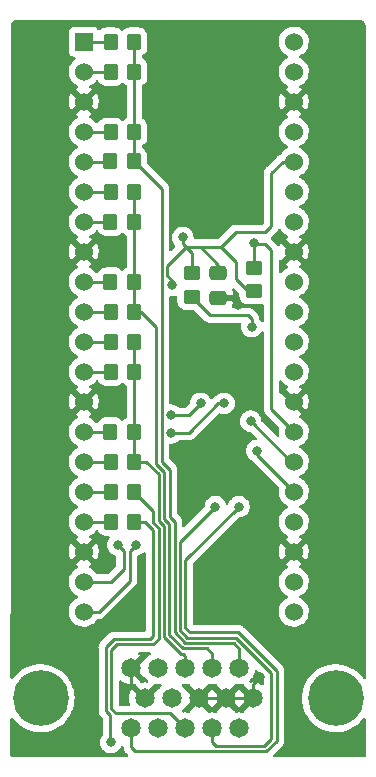
<source format=gbr>
%TF.GenerationSoftware,KiCad,Pcbnew,(5.99.0-8075-g8416c1fc37)*%
%TF.CreationDate,2021-06-30T13:11:38+01:00*%
%TF.ProjectId,picovga,7069636f-7667-4612-9e6b-696361645f70,rev?*%
%TF.SameCoordinates,Original*%
%TF.FileFunction,Copper,L1,Top*%
%TF.FilePolarity,Positive*%
%FSLAX46Y46*%
G04 Gerber Fmt 4.6, Leading zero omitted, Abs format (unit mm)*
G04 Created by KiCad (PCBNEW (5.99.0-8075-g8416c1fc37)) date 2021-06-30 13:11:38*
%MOMM*%
%LPD*%
G01*
G04 APERTURE LIST*
G04 Aperture macros list*
%AMRoundRect*
0 Rectangle with rounded corners*
0 $1 Rounding radius*
0 $2 $3 $4 $5 $6 $7 $8 $9 X,Y pos of 4 corners*
0 Add a 4 corners polygon primitive as box body*
4,1,4,$2,$3,$4,$5,$6,$7,$8,$9,$2,$3,0*
0 Add four circle primitives for the rounded corners*
1,1,$1+$1,$2,$3,0*
1,1,$1+$1,$4,$5,0*
1,1,$1+$1,$6,$7,0*
1,1,$1+$1,$8,$9,0*
0 Add four rect primitives between the rounded corners*
20,1,$1+$1,$2,$3,$4,$5,0*
20,1,$1+$1,$4,$5,$6,$7,0*
20,1,$1+$1,$6,$7,$8,$9,0*
20,1,$1+$1,$8,$9,$2,$3,0*%
G04 Aperture macros list end*
%TA.AperFunction,SMDPad,CuDef*%
%ADD10RoundRect,0.250000X-0.350000X-0.450000X0.350000X-0.450000X0.350000X0.450000X-0.350000X0.450000X0*%
%TD*%
%TA.AperFunction,SMDPad,CuDef*%
%ADD11RoundRect,0.250000X0.350000X0.450000X-0.350000X0.450000X-0.350000X-0.450000X0.350000X-0.450000X0*%
%TD*%
%TA.AperFunction,SMDPad,CuDef*%
%ADD12RoundRect,0.250000X-0.475000X0.337500X-0.475000X-0.337500X0.475000X-0.337500X0.475000X0.337500X0*%
%TD*%
%TA.AperFunction,ComponentPad*%
%ADD13R,1.524000X1.524000*%
%TD*%
%TA.AperFunction,ComponentPad*%
%ADD14C,1.524000*%
%TD*%
%TA.AperFunction,SMDPad,CuDef*%
%ADD15RoundRect,0.250000X-0.450000X0.350000X-0.450000X-0.350000X0.450000X-0.350000X0.450000X0.350000X0*%
%TD*%
%TA.AperFunction,SMDPad,CuDef*%
%ADD16RoundRect,0.250000X0.450000X-0.350000X0.450000X0.350000X-0.450000X0.350000X-0.450000X-0.350000X0*%
%TD*%
%TA.AperFunction,ComponentPad*%
%ADD17C,1.650000*%
%TD*%
%TA.AperFunction,ComponentPad*%
%ADD18C,4.725000*%
%TD*%
%TA.AperFunction,ViaPad*%
%ADD19C,0.800000*%
%TD*%
%TA.AperFunction,Conductor*%
%ADD20C,0.250000*%
%TD*%
G04 APERTURE END LIST*
D10*
%TO.P,R12,1*%
%TO.N,B3*%
X162380343Y-98426662D03*
%TO.P,R12,2*%
%TO.N,VGA_B*%
X164380343Y-98426662D03*
%TD*%
D11*
%TO.P,R13,1*%
%TO.N,HSYNC*%
X164383744Y-100964363D03*
%TO.P,R13,2*%
%TO.N,Net-(R13-Pad2)*%
X162383744Y-100964363D03*
%TD*%
D10*
%TO.P,R6,1*%
%TO.N,G1*%
X162375390Y-78108531D03*
%TO.P,R6,2*%
%TO.N,VGA_G*%
X164375390Y-78108531D03*
%TD*%
%TO.P,R8,1*%
%TO.N,G3*%
X162383299Y-85730358D03*
%TO.P,R8,2*%
%TO.N,VGA_G*%
X164383299Y-85730358D03*
%TD*%
%TO.P,R4,1*%
%TO.N,R3*%
X162378463Y-73019919D03*
%TO.P,R4,2*%
%TO.N,VGA_R*%
X164378463Y-73019919D03*
%TD*%
%TO.P,R11,1*%
%TO.N,B2*%
X162379298Y-95886606D03*
%TO.P,R11,2*%
%TO.N,VGA_B*%
X164379298Y-95886606D03*
%TD*%
D12*
%TO.P,C1,1*%
%TO.N,+3V3*%
X171500000Y-82462500D03*
%TO.P,C1,2*%
%TO.N,GND*%
X171500000Y-84537500D03*
%TD*%
D13*
%TO.P,U0,1,GP0*%
%TO.N,R0*%
X160110000Y-62870000D03*
D14*
%TO.P,U0,2,GP1*%
%TO.N,R1*%
X160110000Y-65410000D03*
%TO.P,U0,3,GND*%
%TO.N,GND*%
X160110000Y-67950000D03*
%TO.P,U0,4,GP2*%
%TO.N,R2*%
X160110000Y-70490000D03*
%TO.P,U0,5,GP3*%
%TO.N,R3*%
X160110000Y-73030000D03*
%TO.P,U0,6,GP4*%
%TO.N,G0*%
X160110000Y-75570000D03*
%TO.P,U0,7,GP5*%
%TO.N,G1*%
X160110000Y-78110000D03*
%TO.P,U0,8,GND*%
%TO.N,GND*%
X160110000Y-80650000D03*
%TO.P,U0,9,GP6*%
%TO.N,G2*%
X160110000Y-83190000D03*
%TO.P,U0,10,GP7*%
%TO.N,G3*%
X160110000Y-85730000D03*
%TO.P,U0,11,GP8*%
%TO.N,B0*%
X160110000Y-88270000D03*
%TO.P,U0,12,GP9*%
%TO.N,B1*%
X160110000Y-90810000D03*
%TO.P,U0,13,GND*%
%TO.N,GND*%
X160110000Y-93350000D03*
%TO.P,U0,14,GP10*%
%TO.N,B2*%
X160110000Y-95890000D03*
%TO.P,U0,15,GP11*%
%TO.N,B3*%
X160110000Y-98430000D03*
%TO.P,U0,16,GP12*%
%TO.N,Net-(R13-Pad2)*%
X160110000Y-100970000D03*
%TO.P,U0,17,GP13*%
%TO.N,Net-(R14-Pad1)*%
X160110000Y-103510000D03*
%TO.P,U0,18,GND*%
%TO.N,GND*%
X160110000Y-106050000D03*
%TO.P,U0,19,GP14*%
%TO.N,DCC3V3DAT*%
X160110000Y-108590000D03*
%TO.P,U0,20,GP15*%
%TO.N,DCC3V3CLK*%
X160110000Y-111130000D03*
%TO.P,U0,21,GP16*%
%TO.N,no_connect_36*%
X177890000Y-111130000D03*
%TO.P,U0,22,GP17*%
%TO.N,GP17*%
X177890000Y-108590000D03*
%TO.P,U0,23,GND*%
%TO.N,GND*%
X177890000Y-106050000D03*
%TO.P,U0,24,GP18*%
%TO.N,GP18*%
X177890000Y-103510000D03*
%TO.P,U0,25,GP19*%
%TO.N,GP19*%
X177890000Y-100970000D03*
%TO.P,U0,26,GP20*%
%TO.N,GP20*%
X177890000Y-98430000D03*
%TO.P,U0,27,GP21*%
%TO.N,GP21*%
X177890000Y-95890000D03*
%TO.P,U0,28,GND*%
%TO.N,GND*%
X177890000Y-93350000D03*
%TO.P,U0,29,GP22*%
%TO.N,GP22*%
X177890000Y-90810000D03*
%TO.P,U0,30,RUN*%
%TO.N,no_connect_37*%
X177890000Y-88270000D03*
%TO.P,U0,31,GP26*%
%TO.N,no_connect_38*%
X177890000Y-85730000D03*
%TO.P,U0,32,GP27*%
%TO.N,no_connect_39*%
X177890000Y-83190000D03*
%TO.P,U0,33,GND*%
%TO.N,GND*%
X177890000Y-80650000D03*
%TO.P,U0,34,GP28*%
%TO.N,no_connect_40*%
X177890000Y-78110000D03*
%TO.P,U0,35,ADC_VREF*%
%TO.N,no_connect_41*%
X177890000Y-75570000D03*
%TO.P,U0,36,3V3*%
%TO.N,+3V3*%
X177890000Y-73030000D03*
%TO.P,U0,37,3V3_EN*%
%TO.N,no_connect_42*%
X177890000Y-70490000D03*
%TO.P,U0,38,GND*%
%TO.N,GND*%
X177890000Y-67950000D03*
%TO.P,U0,39,VSYS*%
%TO.N,no_connect_43*%
X177890000Y-65410000D03*
%TO.P,U0,40,VBUS*%
%TO.N,+5V*%
X177890000Y-62870000D03*
%TD*%
D15*
%TO.P,R16,1*%
%TO.N,+3V3*%
X169250000Y-82500000D03*
%TO.P,R16,2*%
%TO.N,GP20*%
X169250000Y-84500000D03*
%TD*%
D10*
%TO.P,R2,1*%
%TO.N,R1*%
X162382505Y-65410218D03*
%TO.P,R2,2*%
%TO.N,VGA_R*%
X164382505Y-65410218D03*
%TD*%
%TO.P,R14,1*%
%TO.N,Net-(R14-Pad1)*%
X162390090Y-103521542D03*
%TO.P,R14,2*%
%TO.N,VSYNC*%
X164390090Y-103521542D03*
%TD*%
%TO.P,R3,1*%
%TO.N,R2*%
X162382505Y-70515877D03*
%TO.P,R3,2*%
%TO.N,VGA_R*%
X164382505Y-70515877D03*
%TD*%
%TO.P,R10,1*%
%TO.N,B1*%
X162381824Y-90808651D03*
%TO.P,R10,2*%
%TO.N,VGA_B*%
X164381824Y-90808651D03*
%TD*%
%TO.P,R1,1*%
%TO.N,R0*%
X162382505Y-62880196D03*
%TO.P,R1,2*%
%TO.N,VGA_R*%
X164382505Y-62880196D03*
%TD*%
%TO.P,R5,1*%
%TO.N,G0*%
X162386041Y-75569627D03*
%TO.P,R5,2*%
%TO.N,VGA_G*%
X164386041Y-75569627D03*
%TD*%
%TO.P,R7,1*%
%TO.N,G2*%
X162379871Y-83198224D03*
%TO.P,R7,2*%
%TO.N,VGA_G*%
X164379871Y-83198224D03*
%TD*%
%TO.P,R9,1*%
%TO.N,B0*%
X162380037Y-88273194D03*
%TO.P,R9,2*%
%TO.N,VGA_B*%
X164380037Y-88273194D03*
%TD*%
D16*
%TO.P,R15,1*%
%TO.N,+3V3*%
X174500000Y-84000000D03*
%TO.P,R15,2*%
%TO.N,GP21*%
X174500000Y-82000000D03*
%TD*%
D17*
%TO.P,J0,1*%
%TO.N,VGA_R*%
X173285000Y-115930000D03*
%TO.P,J0,2*%
%TO.N,VGA_G*%
X170995000Y-115930000D03*
%TO.P,J0,3*%
%TO.N,VGA_B*%
X168705000Y-115930000D03*
%TO.P,J0,4*%
%TO.N,no_connect_35*%
X166415000Y-115930000D03*
%TO.P,J0,5*%
%TO.N,GND*%
X164125000Y-115930000D03*
%TO.P,J0,6*%
X174431000Y-118470000D03*
%TO.P,J0,7*%
X172140000Y-118470000D03*
%TO.P,J0,8*%
X169850000Y-118470000D03*
%TO.P,J0,9*%
%TO.N,+5V*%
X167561000Y-118470000D03*
%TO.P,J0,10*%
%TO.N,GND*%
X165270000Y-118470000D03*
%TO.P,J0,11*%
%TO.N,no_connect_34*%
X173285000Y-121010000D03*
%TO.P,J0,12*%
%TO.N,DCC5VDAT*%
X170995000Y-121010000D03*
%TO.P,J0,13*%
%TO.N,HSYNC*%
X168705000Y-121010000D03*
%TO.P,J0,14*%
%TO.N,VSYNC*%
X166415000Y-121010000D03*
%TO.P,J0,15*%
%TO.N,DCC5VCLK*%
X164125000Y-121010000D03*
D18*
%TO.P,J0,MH1*%
%TO.N,N/C*%
X156460000Y-118470000D03*
%TO.P,J0,MH2*%
X181450000Y-118470000D03*
%TD*%
D19*
%TO.N,GND*%
X175000000Y-116700000D03*
X163119460Y-81178525D03*
X173197119Y-85211151D03*
X172750000Y-94650000D03*
%TO.N,+3V3*%
X168500000Y-79450000D03*
X167609999Y-83500000D03*
%TO.N,VSYNC*%
X162400000Y-122200000D03*
%TO.N,GP19*%
X174750000Y-97500000D03*
%TO.N,DCC5VDAT*%
X171250000Y-102250000D03*
%TO.N,DCC5VCLK*%
X173250000Y-102250000D03*
%TO.N,DCC3V3DAT*%
X167500000Y-94500000D03*
X163000000Y-105500000D03*
X170000000Y-93500000D03*
%TO.N,DCC3V3CLK*%
X172000000Y-93500000D03*
X167500000Y-96000000D03*
X164500000Y-105500000D03*
%TO.N,GP21*%
X174500000Y-79925000D03*
%TO.N,GP20*%
X174250000Y-95000000D03*
X174324980Y-87000000D03*
%TD*%
D20*
%TO.N,GND*%
X169850000Y-118470000D02*
X172140000Y-118470000D01*
X174431000Y-118470000D02*
X172140000Y-118470000D01*
X171500000Y-84537500D02*
X172523468Y-84537500D01*
X174431000Y-118470000D02*
X174431000Y-117269000D01*
X165270000Y-118470000D02*
X164125000Y-117325000D01*
X172523468Y-84537500D02*
X173197119Y-85211151D01*
X174431000Y-117269000D02*
X175000000Y-116700000D01*
X164125000Y-117325000D02*
X164125000Y-115930000D01*
%TO.N,+3V3*%
X173000000Y-79000000D02*
X175500000Y-79000000D01*
X175500000Y-79000000D02*
X176000000Y-78500000D01*
X171750000Y-80250000D02*
X173000000Y-79000000D01*
X171500000Y-81750000D02*
X171500000Y-82462500D01*
X168750000Y-80250000D02*
X170000000Y-80250000D01*
X168500000Y-80000000D02*
X168750000Y-80250000D01*
X176000000Y-74000000D02*
X176970000Y-73030000D01*
X167150040Y-81849960D02*
X168750000Y-80250000D01*
X170000000Y-80250000D02*
X171500000Y-81750000D01*
X167609999Y-83500000D02*
X167609999Y-83109999D01*
X172000000Y-80500000D02*
X172500000Y-81000000D01*
X170000000Y-80250000D02*
X171750000Y-80250000D01*
X174000000Y-84000000D02*
X174500000Y-84000000D01*
X169250000Y-80750000D02*
X169250000Y-82500000D01*
X176970000Y-73030000D02*
X177890000Y-73030000D01*
X173000000Y-83000000D02*
X174000000Y-84000000D01*
X167609999Y-83109999D02*
X167150040Y-82650040D01*
X168750000Y-80250000D02*
X169250000Y-80750000D01*
X167150040Y-82650040D02*
X167150040Y-81849960D01*
X168500000Y-79450000D02*
X168500000Y-80000000D01*
X171750000Y-80250000D02*
X172000000Y-80500000D01*
X176000000Y-78500000D02*
X176000000Y-74000000D01*
X173000000Y-81500000D02*
X173000000Y-83000000D01*
X172000000Y-80500000D02*
X173000000Y-81500000D01*
%TO.N,VSYNC*%
X165271542Y-103521542D02*
X164390090Y-103521542D01*
X166000000Y-104250000D02*
X165271542Y-103521542D01*
X165750020Y-113449980D02*
X166000000Y-113200000D01*
X162350000Y-122150000D02*
X162350000Y-119886424D01*
X162713596Y-113449980D02*
X165750020Y-113449980D01*
X161999980Y-114163596D02*
X162713596Y-113449980D01*
X162350000Y-119886424D02*
X161999980Y-119536404D01*
X161999980Y-119536404D02*
X161999980Y-114163596D01*
X166000000Y-113200000D02*
X166000000Y-104250000D01*
X162400000Y-122200000D02*
X162350000Y-122150000D01*
%TO.N,HSYNC*%
X164383744Y-100964363D02*
X166000000Y-102580619D01*
X166450019Y-113459291D02*
X166450021Y-113459293D01*
X162850000Y-119750000D02*
X167445000Y-119750000D01*
X166009314Y-113900000D02*
X162900000Y-113900000D01*
X166000000Y-103613576D02*
X166450019Y-104063595D01*
X166450019Y-104063595D02*
X166450019Y-113459291D01*
X162450000Y-119350000D02*
X162850000Y-119750000D01*
X162450000Y-114350000D02*
X162450000Y-119350000D01*
X162900000Y-113900000D02*
X162450000Y-114350000D01*
X166450021Y-113459293D02*
X166009314Y-113900000D01*
X166000000Y-102580619D02*
X166000000Y-103613576D01*
X167445000Y-119750000D02*
X168705000Y-121010000D01*
%TO.N,GP19*%
X174750000Y-97500000D02*
X174750000Y-97830000D01*
X174750000Y-97830000D02*
X177890000Y-100970000D01*
%TO.N,VGA_B*%
X164379298Y-95886606D02*
X164379298Y-98425617D01*
X165426662Y-98426662D02*
X166500000Y-99500000D01*
X164381824Y-95884080D02*
X164379298Y-95886606D01*
X166500000Y-99500000D02*
X166500000Y-103477152D01*
X164380037Y-88273194D02*
X164380037Y-90806864D01*
X164380343Y-98426662D02*
X165426662Y-98426662D01*
X166900041Y-113272889D02*
X168327191Y-114700039D01*
X166500000Y-103477152D02*
X166900039Y-103877191D01*
X166900039Y-103877191D02*
X166900041Y-113272889D01*
X168705000Y-114905000D02*
X168705000Y-115930000D01*
X164381824Y-90808651D02*
X164381824Y-95884080D01*
X164380037Y-90806864D02*
X164381824Y-90808651D01*
X164379298Y-98425617D02*
X164380343Y-98426662D01*
X168500039Y-114700039D02*
X168705000Y-114905000D01*
X168327191Y-114700039D02*
X168500039Y-114700039D01*
%TO.N,VGA_G*%
X166950020Y-103290748D02*
X167350059Y-103690787D01*
X167350060Y-113086484D02*
X168513596Y-114250020D01*
X168513596Y-114250020D02*
X170550020Y-114250020D01*
X167350059Y-103690787D02*
X167350060Y-113086484D01*
X164375390Y-78108531D02*
X164375390Y-83193743D01*
X164980358Y-85730358D02*
X166250000Y-87000000D01*
X170995000Y-114695000D02*
X170995000Y-115930000D01*
X164379871Y-83198224D02*
X164379871Y-85726930D01*
X164386041Y-75569627D02*
X164386041Y-78097880D01*
X164379871Y-85726930D02*
X164383299Y-85730358D01*
X166250000Y-87000000D02*
X166250000Y-98613576D01*
X164383299Y-85730358D02*
X164980358Y-85730358D01*
X166950020Y-99313596D02*
X166950020Y-103290748D01*
X166250000Y-98613576D02*
X166950020Y-99313596D01*
X164375390Y-83193743D02*
X164379871Y-83198224D01*
X164386041Y-78097880D02*
X164375390Y-78108531D01*
X170550020Y-114250020D02*
X170995000Y-114695000D01*
%TO.N,VGA_R*%
X172800000Y-113800000D02*
X173285000Y-114285000D01*
X164382505Y-62880196D02*
X164382505Y-65410218D01*
X167800079Y-112900079D02*
X168700000Y-113800000D01*
X167800079Y-103504383D02*
X167800079Y-112900079D01*
X164378463Y-73019919D02*
X164378463Y-70519919D01*
X173285000Y-114285000D02*
X173285000Y-115930000D01*
X164378463Y-70519919D02*
X164382505Y-70515877D01*
X166700020Y-98427172D02*
X167400039Y-99127191D01*
X167400040Y-103104344D02*
X167800079Y-103504383D01*
X166700020Y-75341476D02*
X166700020Y-98427172D01*
X167400039Y-99127191D02*
X167400040Y-103104344D01*
X164382505Y-70515877D02*
X164382505Y-65410218D01*
X168700000Y-113800000D02*
X172800000Y-113800000D01*
X164378463Y-73019919D02*
X166700020Y-75341476D01*
%TO.N,R0*%
X160110000Y-62870000D02*
X162372309Y-62870000D01*
X162372309Y-62870000D02*
X162382505Y-62880196D01*
%TO.N,R1*%
X162382287Y-65410000D02*
X162382505Y-65410218D01*
X160110000Y-65410000D02*
X162382287Y-65410000D01*
%TO.N,R2*%
X160110000Y-70490000D02*
X162356628Y-70490000D01*
X162356628Y-70490000D02*
X162382505Y-70515877D01*
%TO.N,R3*%
X162368382Y-73030000D02*
X162378463Y-73019919D01*
X160110000Y-73030000D02*
X162368382Y-73030000D01*
%TO.N,G0*%
X160110000Y-75570000D02*
X162385668Y-75570000D01*
X162385668Y-75570000D02*
X162386041Y-75569627D01*
%TO.N,G1*%
X162373921Y-78110000D02*
X162375390Y-78108531D01*
X160110000Y-78110000D02*
X162373921Y-78110000D01*
%TO.N,G2*%
X160110000Y-83190000D02*
X162371647Y-83190000D01*
X162371647Y-83190000D02*
X162379871Y-83198224D01*
%TO.N,G3*%
X160110000Y-85730000D02*
X162382941Y-85730000D01*
X162382941Y-85730000D02*
X162383299Y-85730358D01*
%TO.N,B0*%
X162376843Y-88270000D02*
X162380037Y-88273194D01*
X160110000Y-88270000D02*
X162376843Y-88270000D01*
%TO.N,B1*%
X162380475Y-90810000D02*
X162381824Y-90808651D01*
X160110000Y-90810000D02*
X162380475Y-90810000D01*
%TO.N,B2*%
X160110000Y-95890000D02*
X162375904Y-95890000D01*
X162375904Y-95890000D02*
X162379298Y-95886606D01*
%TO.N,B3*%
X160110000Y-98430000D02*
X162377005Y-98430000D01*
X162377005Y-98430000D02*
X162380343Y-98426662D01*
%TO.N,DCC5VDAT*%
X171500000Y-121500000D02*
X171010000Y-121010000D01*
X168250099Y-105249901D02*
X168250099Y-112713675D01*
X170995000Y-122195000D02*
X170995000Y-121010000D01*
X168250099Y-112713675D02*
X168886404Y-113349980D01*
X176000000Y-121900000D02*
X175400000Y-122500000D01*
X171300000Y-122500000D02*
X170995000Y-122195000D01*
X171250000Y-102250000D02*
X168250099Y-105249901D01*
X168886404Y-113349980D02*
X172999980Y-113349980D01*
X175400000Y-122500000D02*
X171300000Y-122500000D01*
X176000000Y-116350000D02*
X176000000Y-121900000D01*
X172999980Y-113349980D02*
X176000000Y-116350000D01*
%TO.N,DCC5VCLK*%
X173250000Y-102250000D02*
X168700119Y-106799881D01*
X171313536Y-122950000D02*
X164450000Y-122950000D01*
X169072808Y-112899960D02*
X173186384Y-112899960D01*
X164125000Y-122625000D02*
X164125000Y-121010000D01*
X176450020Y-122086404D02*
X175586404Y-122950020D01*
X168700119Y-112527271D02*
X169072808Y-112899960D01*
X173186384Y-112899960D02*
X176450020Y-116163596D01*
X171313556Y-122950020D02*
X171313536Y-122950000D01*
X168700119Y-106799881D02*
X168700119Y-112527271D01*
X176450020Y-116163596D02*
X176450020Y-122086404D01*
X164450000Y-122950000D02*
X164125000Y-122625000D01*
X175586404Y-122950020D02*
X171313556Y-122950020D01*
%TO.N,Net-(R13-Pad2)*%
X160110000Y-100970000D02*
X162378107Y-100970000D01*
X162378107Y-100970000D02*
X162383744Y-100964363D01*
%TO.N,Net-(R14-Pad1)*%
X160110000Y-103510000D02*
X162378548Y-103510000D01*
X162378548Y-103510000D02*
X162390090Y-103521542D01*
%TO.N,DCC3V3DAT*%
X163500000Y-107500000D02*
X163500000Y-106000000D01*
X162410000Y-108590000D02*
X163500000Y-107500000D01*
X167500000Y-94500000D02*
X169000000Y-94500000D01*
X160110000Y-108590000D02*
X162410000Y-108590000D01*
X163500000Y-106000000D02*
X163000000Y-105500000D01*
X169000000Y-94500000D02*
X170000000Y-93500000D01*
%TO.N,DCC3V3CLK*%
X161370000Y-111130000D02*
X164000000Y-108500000D01*
X169000000Y-96000000D02*
X171500000Y-93500000D01*
X164000000Y-108500000D02*
X164000000Y-106000000D01*
X167500000Y-96000000D02*
X169000000Y-96000000D01*
X160110000Y-111130000D02*
X161370000Y-111130000D01*
X164000000Y-106000000D02*
X164500000Y-105500000D01*
X160110000Y-111130000D02*
X160870000Y-111130000D01*
X171500000Y-93500000D02*
X172000000Y-93500000D01*
%TO.N,GP21*%
X175500000Y-80000000D02*
X176000000Y-80500000D01*
X174500000Y-79925000D02*
X174575000Y-80000000D01*
X174575000Y-80000000D02*
X175500000Y-80000000D01*
X174500000Y-79925000D02*
X174500000Y-82000000D01*
X176000000Y-94000000D02*
X177890000Y-95890000D01*
X176000000Y-80500000D02*
X176000000Y-94000000D01*
%TO.N,GP20*%
X174025000Y-86025000D02*
X174324980Y-86324980D01*
X174250000Y-95000000D02*
X177680000Y-98430000D01*
X174324980Y-86324980D02*
X174324980Y-87000000D01*
X177680000Y-98430000D02*
X177890000Y-98430000D01*
X169250000Y-84500000D02*
X170775000Y-86025000D01*
X170775000Y-86025000D02*
X174025000Y-86025000D01*
%TD*%
%TA.AperFunction,Conductor*%
%TO.N,GND*%
G36*
X179089712Y-61027672D02*
G01*
X183416360Y-61031123D01*
X183438473Y-61033097D01*
X183445339Y-61034327D01*
X183445349Y-61034328D01*
X183450134Y-61035185D01*
X183455000Y-61035296D01*
X183455001Y-61035296D01*
X183479854Y-61035862D01*
X183530445Y-61037015D01*
X183551810Y-61039335D01*
X183580644Y-61044987D01*
X183627348Y-61054142D01*
X183650653Y-61061103D01*
X183715194Y-61087403D01*
X183736727Y-61098713D01*
X183795015Y-61136927D01*
X183813976Y-61152166D01*
X183863834Y-61200868D01*
X183879514Y-61219467D01*
X183919079Y-61276835D01*
X183930892Y-61298098D01*
X183958700Y-61362007D01*
X183966206Y-61385144D01*
X183981467Y-61454345D01*
X183982781Y-61460306D01*
X183985601Y-61481613D01*
X183989162Y-61558585D01*
X183990002Y-61562988D01*
X183990527Y-61567445D01*
X183990308Y-61567471D01*
X183992000Y-61585374D01*
X183992000Y-116696208D01*
X183971998Y-116764329D01*
X183918342Y-116810822D01*
X183848068Y-116820926D01*
X183783488Y-116791432D01*
X183765174Y-116771773D01*
X183648884Y-116616608D01*
X183648879Y-116616602D01*
X183646677Y-116613664D01*
X183431960Y-116387794D01*
X183417627Y-116372716D01*
X183417623Y-116372712D01*
X183415095Y-116370053D01*
X183156673Y-116155125D01*
X183153586Y-116153117D01*
X183153580Y-116153112D01*
X182878033Y-115973829D01*
X182878032Y-115973828D01*
X182874939Y-115971816D01*
X182679126Y-115874826D01*
X182577049Y-115824265D01*
X182577042Y-115824262D01*
X182573743Y-115822628D01*
X182570271Y-115821388D01*
X182570268Y-115821387D01*
X182322515Y-115732923D01*
X182257197Y-115709600D01*
X182153607Y-115685779D01*
X181933216Y-115635100D01*
X181933211Y-115635099D01*
X181929627Y-115634275D01*
X181925970Y-115633874D01*
X181925967Y-115633874D01*
X181599176Y-115598085D01*
X181599175Y-115598085D01*
X181595505Y-115597683D01*
X181591812Y-115597712D01*
X181263083Y-115600294D01*
X181263082Y-115600294D01*
X181259396Y-115600323D01*
X181255737Y-115600782D01*
X180929548Y-115641700D01*
X180929544Y-115641701D01*
X180925891Y-115642159D01*
X180922320Y-115643040D01*
X180922317Y-115643040D01*
X180832083Y-115665287D01*
X180599544Y-115722619D01*
X180596093Y-115723913D01*
X180596092Y-115723913D01*
X180328403Y-115824265D01*
X180284813Y-115840606D01*
X180281537Y-115842293D01*
X180281533Y-115842295D01*
X180092643Y-115939580D01*
X179985997Y-115994506D01*
X179707177Y-116182218D01*
X179452163Y-116401179D01*
X179224436Y-116648397D01*
X179027107Y-116920495D01*
X179025312Y-116923701D01*
X179025309Y-116923705D01*
X178936234Y-117082761D01*
X178862872Y-117213758D01*
X178861464Y-117217148D01*
X178861460Y-117217157D01*
X178751640Y-117481635D01*
X178733974Y-117524180D01*
X178732967Y-117527728D01*
X178732966Y-117527730D01*
X178653645Y-117807115D01*
X178642173Y-117847520D01*
X178588723Y-118179362D01*
X178574355Y-118515174D01*
X178574627Y-118518833D01*
X178598404Y-118838790D01*
X178599264Y-118850369D01*
X178599963Y-118853983D01*
X178599964Y-118853989D01*
X178642194Y-119072256D01*
X178663111Y-119180369D01*
X178664224Y-119183867D01*
X178664226Y-119183875D01*
X178763907Y-119497159D01*
X178765023Y-119500666D01*
X178766536Y-119504009D01*
X178766539Y-119504017D01*
X178843964Y-119675096D01*
X178903608Y-119806886D01*
X178905504Y-119810036D01*
X178905506Y-119810039D01*
X179075075Y-120091691D01*
X179076974Y-120094845D01*
X179159183Y-120201019D01*
X179280495Y-120357697D01*
X179280502Y-120357705D01*
X179282752Y-120360611D01*
X179518132Y-120600554D01*
X179779898Y-120811396D01*
X180064476Y-120990258D01*
X180367979Y-121134696D01*
X180686261Y-121242738D01*
X181014974Y-121312908D01*
X181128155Y-121323507D01*
X181345963Y-121343905D01*
X181345968Y-121343905D01*
X181349629Y-121344248D01*
X181555588Y-121339394D01*
X181681970Y-121336416D01*
X181681973Y-121336416D01*
X181685655Y-121336329D01*
X182018463Y-121289260D01*
X182343505Y-121203683D01*
X182656344Y-121080768D01*
X182659588Y-121079032D01*
X182659595Y-121079029D01*
X182949450Y-120923935D01*
X182952706Y-120922193D01*
X183111826Y-120811396D01*
X183225520Y-120732229D01*
X183228543Y-120730124D01*
X183231293Y-120727687D01*
X183231299Y-120727682D01*
X183477335Y-120509624D01*
X183480087Y-120507185D01*
X183703902Y-120256421D01*
X183719639Y-120233989D01*
X183762850Y-120172391D01*
X183818346Y-120128111D01*
X183888972Y-120120864D01*
X183952304Y-120152950D01*
X183988236Y-120214183D01*
X183992000Y-120244752D01*
X183992000Y-123316000D01*
X183971998Y-123384121D01*
X183918342Y-123430614D01*
X183866000Y-123442000D01*
X176294518Y-123442000D01*
X176226397Y-123421998D01*
X176179904Y-123368342D01*
X176169800Y-123298068D01*
X176199294Y-123233488D01*
X176205423Y-123226905D01*
X176842533Y-122589795D01*
X176850621Y-122582435D01*
X176857015Y-122578377D01*
X176902890Y-122529525D01*
X176905644Y-122526684D01*
X176925957Y-122506371D01*
X176928602Y-122502960D01*
X176936308Y-122493938D01*
X176961151Y-122467483D01*
X176966577Y-122461705D01*
X176970397Y-122454757D01*
X176976337Y-122443952D01*
X176987193Y-122427425D01*
X176994742Y-122417693D01*
X176999602Y-122411428D01*
X177017163Y-122370849D01*
X177022371Y-122360217D01*
X177043682Y-122321452D01*
X177045653Y-122313775D01*
X177045655Y-122313770D01*
X177048718Y-122301838D01*
X177055124Y-122283126D01*
X177060021Y-122271812D01*
X177060022Y-122271808D01*
X177063167Y-122264541D01*
X177070084Y-122220867D01*
X177072488Y-122209259D01*
X177083485Y-122166429D01*
X177083520Y-122165873D01*
X177083520Y-122145951D01*
X177085071Y-122126240D01*
X177086964Y-122114288D01*
X177088204Y-122106460D01*
X177084079Y-122062825D01*
X177083520Y-122050967D01*
X177083520Y-116241979D01*
X177084034Y-116231075D01*
X177085686Y-116223684D01*
X177083582Y-116156742D01*
X177083520Y-116152785D01*
X177083520Y-116124018D01*
X177082979Y-116119733D01*
X177082046Y-116107892D01*
X177080907Y-116071632D01*
X177080907Y-116071631D01*
X177080658Y-116063712D01*
X177078448Y-116056104D01*
X177078447Y-116056099D01*
X177075007Y-116044257D01*
X177070999Y-116024903D01*
X177069454Y-116012675D01*
X177068460Y-116004808D01*
X177065543Y-115997440D01*
X177065541Y-115997433D01*
X177052183Y-115963695D01*
X177048338Y-115952465D01*
X177038217Y-115917627D01*
X177038216Y-115917626D01*
X177036006Y-115910017D01*
X177025696Y-115892584D01*
X177017002Y-115874837D01*
X177009542Y-115855996D01*
X176983553Y-115820225D01*
X176977037Y-115810306D01*
X176954533Y-115772254D01*
X176954165Y-115771836D01*
X176940083Y-115757754D01*
X176927242Y-115742721D01*
X176920123Y-115732923D01*
X176915466Y-115726513D01*
X176881691Y-115698572D01*
X176872912Y-115690583D01*
X173689775Y-112507447D01*
X173682415Y-112499359D01*
X173678357Y-112492965D01*
X173629505Y-112447090D01*
X173626664Y-112444336D01*
X173606350Y-112424022D01*
X173602939Y-112421377D01*
X173593917Y-112413671D01*
X173567461Y-112388827D01*
X173561685Y-112383403D01*
X173554741Y-112379586D01*
X173554739Y-112379584D01*
X173543931Y-112373642D01*
X173527407Y-112362788D01*
X173517670Y-112355235D01*
X173517669Y-112355235D01*
X173511407Y-112350377D01*
X173504134Y-112347230D01*
X173504131Y-112347228D01*
X173483719Y-112338395D01*
X173470842Y-112332823D01*
X173460184Y-112327602D01*
X173428378Y-112310116D01*
X173428374Y-112310114D01*
X173421432Y-112306298D01*
X173413757Y-112304328D01*
X173413756Y-112304327D01*
X173401810Y-112301260D01*
X173383103Y-112294855D01*
X173371794Y-112289961D01*
X173371792Y-112289961D01*
X173364519Y-112286813D01*
X173356691Y-112285573D01*
X173356690Y-112285573D01*
X173320857Y-112279898D01*
X173309232Y-112277490D01*
X173272166Y-112267973D01*
X173272164Y-112267973D01*
X173266409Y-112266495D01*
X173265853Y-112266460D01*
X173245930Y-112266460D01*
X173226221Y-112264909D01*
X173206439Y-112261776D01*
X173198547Y-112262522D01*
X173162802Y-112265901D01*
X173150944Y-112266460D01*
X169459619Y-112266460D01*
X169391498Y-112246458D01*
X169345005Y-112192802D01*
X169333619Y-112140460D01*
X169333619Y-108670089D01*
X176617017Y-108670089D01*
X176651318Y-108894249D01*
X176724773Y-109108793D01*
X176835059Y-109306937D01*
X176978690Y-109482421D01*
X176982953Y-109486062D01*
X176982958Y-109486067D01*
X177132028Y-109613384D01*
X177151127Y-109629696D01*
X177260998Y-109693899D01*
X177340473Y-109740340D01*
X177346919Y-109744107D01*
X177352196Y-109746038D01*
X177355983Y-109747820D01*
X177409104Y-109794923D01*
X177428327Y-109863268D01*
X177407548Y-109931156D01*
X177360125Y-109973795D01*
X177289943Y-110010019D01*
X177206553Y-110053060D01*
X177026645Y-110191108D01*
X177022872Y-110195254D01*
X177022867Y-110195259D01*
X176926541Y-110301121D01*
X176874026Y-110358834D01*
X176753521Y-110550935D01*
X176668939Y-110761340D01*
X176622953Y-110983398D01*
X176617017Y-111210089D01*
X176651318Y-111434249D01*
X176724773Y-111648793D01*
X176835059Y-111846937D01*
X176978690Y-112022421D01*
X176982953Y-112026062D01*
X176982958Y-112026067D01*
X177116896Y-112140460D01*
X177151127Y-112169696D01*
X177249023Y-112226902D01*
X177342072Y-112281275D01*
X177342075Y-112281276D01*
X177346919Y-112284107D01*
X177352189Y-112286036D01*
X177352190Y-112286036D01*
X177554612Y-112360112D01*
X177554616Y-112360113D01*
X177559876Y-112362038D01*
X177565393Y-112363001D01*
X177565397Y-112363002D01*
X177713367Y-112388827D01*
X177783269Y-112401027D01*
X177788875Y-112400998D01*
X177788879Y-112400998D01*
X177892475Y-112400455D01*
X178010035Y-112399839D01*
X178015553Y-112398816D01*
X178015556Y-112398816D01*
X178227488Y-112359537D01*
X178227489Y-112359537D01*
X178233007Y-112358514D01*
X178238252Y-112356532D01*
X178238256Y-112356531D01*
X178401476Y-112294855D01*
X178445137Y-112278357D01*
X178465016Y-112266460D01*
X178588088Y-112192802D01*
X178639720Y-112161901D01*
X178643940Y-112158219D01*
X178643945Y-112158216D01*
X178806375Y-112016519D01*
X178810605Y-112012829D01*
X178821882Y-111998753D01*
X178948885Y-111840228D01*
X178948888Y-111840223D01*
X178952391Y-111835851D01*
X179060596Y-111636562D01*
X179131800Y-111421262D01*
X179163752Y-111196755D01*
X179165500Y-111130000D01*
X179145341Y-110904128D01*
X179106279Y-110761340D01*
X179086985Y-110690812D01*
X179086984Y-110690808D01*
X179085503Y-110685396D01*
X178987876Y-110480718D01*
X178855547Y-110296562D01*
X178692698Y-110138750D01*
X178565178Y-110053060D01*
X178509130Y-110015397D01*
X178509124Y-110015394D01*
X178504477Y-110012271D01*
X178424404Y-109977121D01*
X178370070Y-109931427D01*
X178349065Y-109863608D01*
X178368059Y-109795200D01*
X178421023Y-109747920D01*
X178430513Y-109743883D01*
X178439890Y-109740340D01*
X178439893Y-109740338D01*
X178445137Y-109738357D01*
X178639720Y-109621901D01*
X178643940Y-109618219D01*
X178643945Y-109618216D01*
X178806375Y-109476519D01*
X178810605Y-109472829D01*
X178895044Y-109367432D01*
X178948885Y-109300228D01*
X178948888Y-109300223D01*
X178952391Y-109295851D01*
X179060596Y-109096562D01*
X179131800Y-108881262D01*
X179140839Y-108817751D01*
X179163241Y-108660346D01*
X179163241Y-108660345D01*
X179163752Y-108656755D01*
X179165500Y-108590000D01*
X179145341Y-108364128D01*
X179106279Y-108221340D01*
X179086985Y-108150812D01*
X179086984Y-108150808D01*
X179085503Y-108145396D01*
X178987876Y-107940718D01*
X178855547Y-107756562D01*
X178692698Y-107598750D01*
X178565178Y-107513060D01*
X178509130Y-107475397D01*
X178509124Y-107475394D01*
X178504477Y-107472271D01*
X178499345Y-107470018D01*
X178499341Y-107470016D01*
X178423753Y-107436835D01*
X178369417Y-107391139D01*
X178348413Y-107323320D01*
X178367408Y-107254912D01*
X178420372Y-107207633D01*
X178429863Y-107203595D01*
X178439677Y-107199887D01*
X178449734Y-107195025D01*
X178575623Y-107119683D01*
X178585193Y-107109324D01*
X178581650Y-107100861D01*
X177902811Y-106422021D01*
X177888868Y-106414408D01*
X177887034Y-106414539D01*
X177880420Y-106418790D01*
X177201152Y-107098059D01*
X177194395Y-107110434D01*
X177199676Y-107117489D01*
X177342284Y-107200822D01*
X177356544Y-107207532D01*
X177409665Y-107254635D01*
X177428887Y-107322980D01*
X177408108Y-107390868D01*
X177360685Y-107433506D01*
X177289949Y-107470016D01*
X177206553Y-107513060D01*
X177026645Y-107651108D01*
X177022872Y-107655254D01*
X177022867Y-107655259D01*
X176934244Y-107752655D01*
X176874026Y-107818834D01*
X176871043Y-107823590D01*
X176871041Y-107823592D01*
X176810819Y-107919595D01*
X176753521Y-108010935D01*
X176668939Y-108221340D01*
X176622953Y-108443398D01*
X176617017Y-108670089D01*
X169333619Y-108670089D01*
X169333619Y-107114475D01*
X169353621Y-107046354D01*
X169370524Y-107025380D01*
X170271452Y-106124452D01*
X176617663Y-106124452D01*
X176618365Y-106135604D01*
X176650955Y-106348579D01*
X176653622Y-106359440D01*
X176723413Y-106563281D01*
X176727961Y-106573495D01*
X176819031Y-106737117D01*
X176829084Y-106747008D01*
X176836687Y-106744102D01*
X177517979Y-106062811D01*
X177524355Y-106051132D01*
X178254408Y-106051132D01*
X178254539Y-106052966D01*
X178258790Y-106059580D01*
X178940156Y-106740945D01*
X178952531Y-106747702D01*
X178958796Y-106743013D01*
X179057462Y-106561290D01*
X179061896Y-106551044D01*
X179129553Y-106346469D01*
X179132103Y-106335596D01*
X179162742Y-106120319D01*
X179163348Y-106113103D01*
X179164905Y-106053632D01*
X179164677Y-106046379D01*
X179145348Y-105829812D01*
X179143366Y-105818798D01*
X179086517Y-105610987D01*
X179082619Y-105600506D01*
X178989859Y-105406031D01*
X178984173Y-105396416D01*
X178960719Y-105363776D01*
X178949928Y-105355365D01*
X178936894Y-105362317D01*
X178262021Y-106037189D01*
X178254408Y-106051132D01*
X177524355Y-106051132D01*
X177525592Y-106048868D01*
X177525461Y-106047034D01*
X177521210Y-106040420D01*
X176843095Y-105362306D01*
X176830720Y-105355549D01*
X176822747Y-105361517D01*
X176756952Y-105466403D01*
X176751872Y-105476373D01*
X176671511Y-105676278D01*
X176668280Y-105686978D01*
X176624588Y-105897958D01*
X176623303Y-105909065D01*
X176617663Y-106124452D01*
X170271452Y-106124452D01*
X173200503Y-103195401D01*
X173262815Y-103161375D01*
X173289598Y-103158496D01*
X173345487Y-103158496D01*
X173351939Y-103157124D01*
X173351944Y-103157124D01*
X173450728Y-103136126D01*
X173532287Y-103118790D01*
X173538318Y-103116105D01*
X173700720Y-103043799D01*
X173700722Y-103043798D01*
X173706750Y-103041114D01*
X173712092Y-103037233D01*
X173855907Y-102932746D01*
X173855909Y-102932744D01*
X173861251Y-102928863D01*
X173922609Y-102860718D01*
X173984618Y-102791850D01*
X173984619Y-102791849D01*
X173989037Y-102786942D01*
X174084524Y-102621554D01*
X174118943Y-102515623D01*
X174141498Y-102446206D01*
X174141498Y-102446205D01*
X174143538Y-102439927D01*
X174150358Y-102375044D01*
X174162810Y-102256565D01*
X174163500Y-102250000D01*
X174150669Y-102127920D01*
X174144228Y-102066637D01*
X174144228Y-102066636D01*
X174143538Y-102060073D01*
X174132377Y-102025721D01*
X174086566Y-101884731D01*
X174084524Y-101878446D01*
X174071865Y-101856519D01*
X173992338Y-101718776D01*
X173989037Y-101713058D01*
X173958260Y-101678876D01*
X173865673Y-101576048D01*
X173865672Y-101576047D01*
X173861251Y-101571137D01*
X173855909Y-101567256D01*
X173855907Y-101567254D01*
X173712092Y-101462767D01*
X173712091Y-101462766D01*
X173706750Y-101458886D01*
X173700722Y-101456202D01*
X173700720Y-101456201D01*
X173538318Y-101383895D01*
X173538317Y-101383895D01*
X173532287Y-101381210D01*
X173438887Y-101361357D01*
X173351944Y-101342876D01*
X173351939Y-101342876D01*
X173345487Y-101341504D01*
X173154513Y-101341504D01*
X173148061Y-101342876D01*
X173148056Y-101342876D01*
X173061113Y-101361357D01*
X172967713Y-101381210D01*
X172961683Y-101383895D01*
X172961682Y-101383895D01*
X172799280Y-101456201D01*
X172799278Y-101456202D01*
X172793250Y-101458886D01*
X172787909Y-101462766D01*
X172787908Y-101462767D01*
X172644093Y-101567254D01*
X172644091Y-101567256D01*
X172638749Y-101571137D01*
X172634328Y-101576047D01*
X172634327Y-101576048D01*
X172541741Y-101678876D01*
X172510963Y-101713058D01*
X172507662Y-101718776D01*
X172428136Y-101856519D01*
X172415476Y-101878446D01*
X172413434Y-101884731D01*
X172369833Y-102018921D01*
X172329760Y-102077527D01*
X172264363Y-102105164D01*
X172194406Y-102093057D01*
X172142100Y-102045051D01*
X172130167Y-102018921D01*
X172086566Y-101884731D01*
X172084524Y-101878446D01*
X172071865Y-101856519D01*
X171992338Y-101718776D01*
X171989037Y-101713058D01*
X171958260Y-101678876D01*
X171865673Y-101576048D01*
X171865672Y-101576047D01*
X171861251Y-101571137D01*
X171855909Y-101567256D01*
X171855907Y-101567254D01*
X171712092Y-101462767D01*
X171712091Y-101462766D01*
X171706750Y-101458886D01*
X171700722Y-101456202D01*
X171700720Y-101456201D01*
X171538318Y-101383895D01*
X171538317Y-101383895D01*
X171532287Y-101381210D01*
X171438887Y-101361357D01*
X171351944Y-101342876D01*
X171351939Y-101342876D01*
X171345487Y-101341504D01*
X171154513Y-101341504D01*
X171148061Y-101342876D01*
X171148056Y-101342876D01*
X171061113Y-101361357D01*
X170967713Y-101381210D01*
X170961683Y-101383895D01*
X170961682Y-101383895D01*
X170799280Y-101456201D01*
X170799278Y-101456202D01*
X170793250Y-101458886D01*
X170787909Y-101462766D01*
X170787908Y-101462767D01*
X170644093Y-101567254D01*
X170644091Y-101567256D01*
X170638749Y-101571137D01*
X170634328Y-101576047D01*
X170634327Y-101576048D01*
X170541741Y-101678876D01*
X170510963Y-101713058D01*
X170507662Y-101718776D01*
X170428136Y-101856519D01*
X170415476Y-101878446D01*
X170413434Y-101884731D01*
X170367624Y-102025721D01*
X170356462Y-102060073D01*
X170355772Y-102066636D01*
X170355772Y-102066637D01*
X170339097Y-102225290D01*
X170312084Y-102290946D01*
X170302882Y-102301214D01*
X168648674Y-103955422D01*
X168586362Y-103989448D01*
X168515547Y-103984383D01*
X168458711Y-103941836D01*
X168433900Y-103875316D01*
X168433579Y-103866327D01*
X168433579Y-103582766D01*
X168434093Y-103571862D01*
X168435745Y-103564471D01*
X168433641Y-103497517D01*
X168433579Y-103493559D01*
X168433579Y-103464805D01*
X168433040Y-103460538D01*
X168432106Y-103448688D01*
X168430967Y-103412423D01*
X168430718Y-103404500D01*
X168425067Y-103385049D01*
X168421057Y-103365687D01*
X168420074Y-103357901D01*
X168418519Y-103345595D01*
X168402245Y-103304491D01*
X168398400Y-103293261D01*
X168388277Y-103258417D01*
X168388276Y-103258415D01*
X168386065Y-103250804D01*
X168375756Y-103233372D01*
X168367059Y-103215619D01*
X168362521Y-103204158D01*
X168359601Y-103196783D01*
X168333610Y-103161009D01*
X168327095Y-103151090D01*
X168307608Y-103118141D01*
X168307606Y-103118138D01*
X168304592Y-103113042D01*
X168304224Y-103112624D01*
X168290141Y-103098541D01*
X168277307Y-103083516D01*
X168265525Y-103067300D01*
X168231744Y-103039354D01*
X168222965Y-103031365D01*
X168070445Y-102878845D01*
X168036419Y-102816533D01*
X168033540Y-102789750D01*
X168033538Y-99205586D01*
X168034052Y-99194672D01*
X168035705Y-99187279D01*
X168033600Y-99120306D01*
X168033538Y-99116349D01*
X168033538Y-99087613D01*
X168032999Y-99083345D01*
X168032066Y-99071502D01*
X168030926Y-99035226D01*
X168030677Y-99027307D01*
X168025024Y-99007847D01*
X168021017Y-98988504D01*
X168018478Y-98968403D01*
X168015560Y-98961033D01*
X168015559Y-98961029D01*
X168002207Y-98927306D01*
X167998362Y-98916076D01*
X167988237Y-98881225D01*
X167988236Y-98881223D01*
X167986025Y-98873612D01*
X167975712Y-98856173D01*
X167967018Y-98838428D01*
X167959560Y-98819591D01*
X167933571Y-98783821D01*
X167927059Y-98773907D01*
X167907586Y-98740980D01*
X167904552Y-98735849D01*
X167904183Y-98735431D01*
X167890101Y-98721349D01*
X167877260Y-98706316D01*
X167870141Y-98696518D01*
X167865484Y-98690108D01*
X167831708Y-98662166D01*
X167822929Y-98654177D01*
X167370425Y-98201673D01*
X167336399Y-98139361D01*
X167333520Y-98112578D01*
X167333520Y-97034496D01*
X167353522Y-96966375D01*
X167407178Y-96919882D01*
X167459520Y-96908496D01*
X167595487Y-96908496D01*
X167601939Y-96907124D01*
X167601944Y-96907124D01*
X167688887Y-96888643D01*
X167782287Y-96868790D01*
X167877602Y-96826353D01*
X167950720Y-96793799D01*
X167950722Y-96793798D01*
X167956750Y-96791114D01*
X167974690Y-96778080D01*
X168105907Y-96682746D01*
X168105909Y-96682744D01*
X168111251Y-96678863D01*
X168115672Y-96673953D01*
X168120575Y-96669538D01*
X168121701Y-96670789D01*
X168175000Y-96637951D01*
X168208194Y-96633500D01*
X168921617Y-96633500D01*
X168932521Y-96634014D01*
X168939912Y-96635666D01*
X168947837Y-96635417D01*
X168947838Y-96635417D01*
X169006853Y-96633562D01*
X169010811Y-96633500D01*
X169039578Y-96633500D01*
X169043502Y-96633004D01*
X169043504Y-96633004D01*
X169043852Y-96632960D01*
X169055698Y-96632027D01*
X169099883Y-96630638D01*
X169119339Y-96624986D01*
X169138679Y-96620981D01*
X169158788Y-96618440D01*
X169166158Y-96615522D01*
X169166162Y-96615521D01*
X169199900Y-96602163D01*
X169211130Y-96598318D01*
X169245968Y-96588197D01*
X169245969Y-96588197D01*
X169253578Y-96585986D01*
X169271012Y-96575676D01*
X169288764Y-96566980D01*
X169300225Y-96562442D01*
X169300224Y-96562442D01*
X169307600Y-96559522D01*
X169343375Y-96533530D01*
X169353294Y-96527014D01*
X169359236Y-96523500D01*
X169391341Y-96504513D01*
X169391759Y-96504145D01*
X169405842Y-96490062D01*
X169420867Y-96477228D01*
X169437083Y-96465446D01*
X169465030Y-96431664D01*
X169473019Y-96422885D01*
X171524598Y-94371307D01*
X171586910Y-94337281D01*
X171657726Y-94342346D01*
X171664942Y-94345295D01*
X171671409Y-94348174D01*
X171717713Y-94368790D01*
X171811113Y-94388643D01*
X171898056Y-94407124D01*
X171898061Y-94407124D01*
X171904513Y-94408496D01*
X172095487Y-94408496D01*
X172101939Y-94407124D01*
X172101944Y-94407124D01*
X172188887Y-94388643D01*
X172282287Y-94368790D01*
X172317096Y-94353292D01*
X172450720Y-94293799D01*
X172450722Y-94293798D01*
X172456750Y-94291114D01*
X172462092Y-94287233D01*
X172605907Y-94182746D01*
X172605909Y-94182744D01*
X172611251Y-94178863D01*
X172688674Y-94092876D01*
X172734618Y-94041850D01*
X172734619Y-94041849D01*
X172739037Y-94036942D01*
X172834524Y-93871554D01*
X172859043Y-93796093D01*
X172891498Y-93696206D01*
X172891498Y-93696205D01*
X172893538Y-93689927D01*
X172913500Y-93500000D01*
X172898046Y-93352966D01*
X172894228Y-93316637D01*
X172894228Y-93316636D01*
X172893538Y-93310073D01*
X172834524Y-93128446D01*
X172739037Y-92963058D01*
X172716081Y-92937562D01*
X172615673Y-92826048D01*
X172615672Y-92826047D01*
X172611251Y-92821137D01*
X172605909Y-92817256D01*
X172605907Y-92817254D01*
X172462092Y-92712767D01*
X172462091Y-92712766D01*
X172456750Y-92708886D01*
X172450722Y-92706202D01*
X172450720Y-92706201D01*
X172288318Y-92633895D01*
X172288317Y-92633895D01*
X172282287Y-92631210D01*
X172188887Y-92611357D01*
X172101944Y-92592876D01*
X172101939Y-92592876D01*
X172095487Y-92591504D01*
X171904513Y-92591504D01*
X171898061Y-92592876D01*
X171898056Y-92592876D01*
X171811113Y-92611357D01*
X171717713Y-92631210D01*
X171711683Y-92633895D01*
X171711682Y-92633895D01*
X171549280Y-92706201D01*
X171549278Y-92706202D01*
X171543250Y-92708886D01*
X171537909Y-92712766D01*
X171537908Y-92712767D01*
X171394093Y-92817254D01*
X171394091Y-92817256D01*
X171388749Y-92821137D01*
X171350312Y-92863826D01*
X171303044Y-92896672D01*
X171300085Y-92897843D01*
X171288872Y-92901681D01*
X171275120Y-92905676D01*
X171246421Y-92914014D01*
X171228988Y-92924324D01*
X171211241Y-92933018D01*
X171192400Y-92940478D01*
X171185985Y-92945139D01*
X171156629Y-92966467D01*
X171146712Y-92972982D01*
X171108658Y-92995487D01*
X171108240Y-92995855D01*
X171094158Y-93009937D01*
X171079125Y-93022778D01*
X171062917Y-93034554D01*
X171057865Y-93040661D01*
X171034976Y-93068329D01*
X171026986Y-93077109D01*
X171002291Y-93101804D01*
X170939979Y-93135830D01*
X170869164Y-93130765D01*
X170812328Y-93088218D01*
X170804077Y-93075710D01*
X170780315Y-93034554D01*
X170739037Y-92963058D01*
X170716081Y-92937562D01*
X170615673Y-92826048D01*
X170615672Y-92826047D01*
X170611251Y-92821137D01*
X170605909Y-92817256D01*
X170605907Y-92817254D01*
X170462092Y-92712767D01*
X170462091Y-92712766D01*
X170456750Y-92708886D01*
X170450722Y-92706202D01*
X170450720Y-92706201D01*
X170288318Y-92633895D01*
X170288317Y-92633895D01*
X170282287Y-92631210D01*
X170188887Y-92611357D01*
X170101944Y-92592876D01*
X170101939Y-92592876D01*
X170095487Y-92591504D01*
X169904513Y-92591504D01*
X169898061Y-92592876D01*
X169898056Y-92592876D01*
X169811113Y-92611357D01*
X169717713Y-92631210D01*
X169711683Y-92633895D01*
X169711682Y-92633895D01*
X169549280Y-92706201D01*
X169549278Y-92706202D01*
X169543250Y-92708886D01*
X169537909Y-92712766D01*
X169537908Y-92712767D01*
X169394093Y-92817254D01*
X169394091Y-92817256D01*
X169388749Y-92821137D01*
X169384328Y-92826047D01*
X169384327Y-92826048D01*
X169283920Y-92937562D01*
X169260963Y-92963058D01*
X169165476Y-93128446D01*
X169106462Y-93310073D01*
X169105772Y-93316636D01*
X169105772Y-93316637D01*
X169089097Y-93475290D01*
X169062084Y-93540946D01*
X169052882Y-93551214D01*
X168774501Y-93829595D01*
X168712189Y-93863621D01*
X168685406Y-93866500D01*
X168208194Y-93866500D01*
X168140073Y-93846498D01*
X168120849Y-93830158D01*
X168120575Y-93830462D01*
X168115672Y-93826047D01*
X168111251Y-93821137D01*
X168105909Y-93817256D01*
X168105907Y-93817254D01*
X167962092Y-93712767D01*
X167962091Y-93712766D01*
X167956750Y-93708886D01*
X167950722Y-93706202D01*
X167950720Y-93706201D01*
X167788318Y-93633895D01*
X167788317Y-93633895D01*
X167782287Y-93631210D01*
X167688887Y-93611357D01*
X167601944Y-93592876D01*
X167601939Y-93592876D01*
X167595487Y-93591504D01*
X167459520Y-93591504D01*
X167391399Y-93571502D01*
X167344906Y-93517846D01*
X167333520Y-93465504D01*
X167333520Y-84525622D01*
X167353522Y-84457501D01*
X167407178Y-84411008D01*
X167477452Y-84400904D01*
X167485719Y-84402376D01*
X167508051Y-84407123D01*
X167508054Y-84407123D01*
X167514512Y-84408496D01*
X167705486Y-84408496D01*
X167711938Y-84407124D01*
X167711943Y-84407124D01*
X167889303Y-84369424D01*
X167960094Y-84374826D01*
X168016726Y-84417643D01*
X168041220Y-84484280D01*
X168041500Y-84492671D01*
X168041500Y-84892885D01*
X168056978Y-85025642D01*
X168059474Y-85032520D01*
X168059475Y-85032522D01*
X168102457Y-85150935D01*
X168117313Y-85191863D01*
X168214269Y-85339746D01*
X168342645Y-85461357D01*
X168495555Y-85550174D01*
X168502563Y-85552297D01*
X168502564Y-85552297D01*
X168563619Y-85570789D01*
X168664796Y-85601433D01*
X168671232Y-85602007D01*
X168671235Y-85602008D01*
X168741185Y-85608251D01*
X168741191Y-85608251D01*
X168743978Y-85608500D01*
X169410405Y-85608500D01*
X169478526Y-85628502D01*
X169499501Y-85645405D01*
X169888344Y-86034249D01*
X170271623Y-86417528D01*
X170278972Y-86425606D01*
X170283027Y-86431995D01*
X170288802Y-86437418D01*
X170331862Y-86477854D01*
X170334704Y-86480609D01*
X170355033Y-86500938D01*
X170358453Y-86503590D01*
X170367476Y-86511297D01*
X170399699Y-86541557D01*
X170406643Y-86545374D01*
X170406648Y-86545378D01*
X170417450Y-86551316D01*
X170433977Y-86562172D01*
X170449977Y-86574583D01*
X170457248Y-86577730D01*
X170457249Y-86577730D01*
X170490551Y-86592141D01*
X170501207Y-86597362D01*
X170539952Y-86618662D01*
X170547635Y-86620634D01*
X170547636Y-86620635D01*
X170559568Y-86623699D01*
X170578272Y-86630103D01*
X170589585Y-86634999D01*
X170589592Y-86635001D01*
X170596864Y-86638148D01*
X170604688Y-86639387D01*
X170604691Y-86639388D01*
X170640535Y-86645065D01*
X170652156Y-86647472D01*
X170689218Y-86656987D01*
X170694975Y-86658465D01*
X170695531Y-86658500D01*
X170715452Y-86658500D01*
X170735162Y-86660051D01*
X170747114Y-86661944D01*
X170747115Y-86661944D01*
X170754944Y-86663184D01*
X170762836Y-86662438D01*
X170798582Y-86659059D01*
X170810440Y-86658500D01*
X173308768Y-86658500D01*
X173376889Y-86678502D01*
X173423382Y-86732158D01*
X173433486Y-86802432D01*
X173432954Y-86805418D01*
X173431442Y-86810073D01*
X173411480Y-87000000D01*
X173412170Y-87006565D01*
X173427248Y-87150019D01*
X173431442Y-87189927D01*
X173490456Y-87371554D01*
X173585943Y-87536942D01*
X173590361Y-87541849D01*
X173590362Y-87541850D01*
X173709307Y-87673952D01*
X173713729Y-87678863D01*
X173719071Y-87682744D01*
X173719073Y-87682746D01*
X173862888Y-87787233D01*
X173868230Y-87791114D01*
X173874258Y-87793798D01*
X173874260Y-87793799D01*
X173957393Y-87830812D01*
X174042693Y-87868790D01*
X174136093Y-87888643D01*
X174223036Y-87907124D01*
X174223041Y-87907124D01*
X174229493Y-87908496D01*
X174420467Y-87908496D01*
X174426919Y-87907124D01*
X174426924Y-87907124D01*
X174513867Y-87888643D01*
X174607267Y-87868790D01*
X174692567Y-87830812D01*
X174775700Y-87793799D01*
X174775702Y-87793798D01*
X174781730Y-87791114D01*
X174787072Y-87787233D01*
X174930887Y-87682746D01*
X174930889Y-87682744D01*
X174936231Y-87678863D01*
X174940653Y-87673952D01*
X175059598Y-87541850D01*
X175059599Y-87541849D01*
X175064017Y-87536942D01*
X175131381Y-87420264D01*
X175182763Y-87371271D01*
X175252477Y-87357835D01*
X175318388Y-87384221D01*
X175359570Y-87442053D01*
X175366500Y-87483264D01*
X175366501Y-93921600D01*
X175365986Y-93932520D01*
X175364334Y-93939912D01*
X175364583Y-93947835D01*
X175366439Y-94006884D01*
X175366501Y-94010842D01*
X175366501Y-94039578D01*
X175366996Y-94043495D01*
X175367040Y-94043844D01*
X175367972Y-94055678D01*
X175369362Y-94099883D01*
X175371575Y-94107499D01*
X175371575Y-94107501D01*
X175375014Y-94119339D01*
X175379023Y-94138698D01*
X175381561Y-94158788D01*
X175384481Y-94166163D01*
X175397833Y-94199889D01*
X175401678Y-94211118D01*
X175414014Y-94253578D01*
X175418049Y-94260401D01*
X175424327Y-94271017D01*
X175433023Y-94288769D01*
X175440479Y-94307600D01*
X175453882Y-94326048D01*
X175466468Y-94343371D01*
X175472983Y-94353289D01*
X175495487Y-94391341D01*
X175495855Y-94391759D01*
X175509938Y-94405842D01*
X175522779Y-94420875D01*
X175534555Y-94437083D01*
X175568330Y-94465024D01*
X175577110Y-94473014D01*
X176613402Y-95509307D01*
X176647428Y-95571619D01*
X176647689Y-95623951D01*
X176622953Y-95743398D01*
X176622806Y-95749007D01*
X176622806Y-95749008D01*
X176621633Y-95793799D01*
X176617017Y-95970089D01*
X176617866Y-95975635D01*
X176649397Y-96181694D01*
X176639929Y-96252057D01*
X176593924Y-96306131D01*
X176525986Y-96326748D01*
X176457688Y-96307363D01*
X176435752Y-96289848D01*
X175197118Y-95051214D01*
X175163092Y-94988902D01*
X175160903Y-94975290D01*
X175144228Y-94816637D01*
X175144228Y-94816636D01*
X175143538Y-94810073D01*
X175131256Y-94772271D01*
X175086566Y-94634731D01*
X175084524Y-94628446D01*
X175076836Y-94615129D01*
X174994785Y-94473014D01*
X174989037Y-94463058D01*
X174959878Y-94430673D01*
X174865673Y-94326048D01*
X174865672Y-94326047D01*
X174861251Y-94321137D01*
X174855909Y-94317256D01*
X174855907Y-94317254D01*
X174712092Y-94212767D01*
X174712091Y-94212766D01*
X174706750Y-94208886D01*
X174700722Y-94206202D01*
X174700720Y-94206201D01*
X174538318Y-94133895D01*
X174538317Y-94133895D01*
X174532287Y-94131210D01*
X174438887Y-94111357D01*
X174351944Y-94092876D01*
X174351939Y-94092876D01*
X174345487Y-94091504D01*
X174154513Y-94091504D01*
X174148061Y-94092876D01*
X174148056Y-94092876D01*
X174061113Y-94111357D01*
X173967713Y-94131210D01*
X173961683Y-94133895D01*
X173961682Y-94133895D01*
X173799280Y-94206201D01*
X173799278Y-94206202D01*
X173793250Y-94208886D01*
X173787909Y-94212766D01*
X173787908Y-94212767D01*
X173644093Y-94317254D01*
X173644091Y-94317256D01*
X173638749Y-94321137D01*
X173634328Y-94326047D01*
X173634327Y-94326048D01*
X173540123Y-94430673D01*
X173510963Y-94463058D01*
X173505215Y-94473014D01*
X173423165Y-94615129D01*
X173415476Y-94628446D01*
X173413434Y-94634731D01*
X173368745Y-94772271D01*
X173356462Y-94810073D01*
X173355772Y-94816636D01*
X173355772Y-94816637D01*
X173344689Y-94922086D01*
X173336500Y-95000000D01*
X173337190Y-95006565D01*
X173352560Y-95152797D01*
X173356462Y-95189927D01*
X173358502Y-95196205D01*
X173358502Y-95196206D01*
X173372965Y-95240718D01*
X173415476Y-95371554D01*
X173418779Y-95377276D01*
X173418780Y-95377277D01*
X173452689Y-95436008D01*
X173510963Y-95536942D01*
X173515381Y-95541849D01*
X173515382Y-95541850D01*
X173630520Y-95669724D01*
X173638749Y-95678863D01*
X173644091Y-95682744D01*
X173644093Y-95682746D01*
X173787908Y-95787233D01*
X173793250Y-95791114D01*
X173799278Y-95793798D01*
X173799280Y-95793799D01*
X173961682Y-95866105D01*
X173967713Y-95868790D01*
X174050462Y-95886379D01*
X174148056Y-95907124D01*
X174148061Y-95907124D01*
X174154513Y-95908496D01*
X174210402Y-95908496D01*
X174278523Y-95928498D01*
X174299497Y-95945401D01*
X174731751Y-96377655D01*
X174765777Y-96439967D01*
X174760712Y-96510782D01*
X174718165Y-96567618D01*
X174657243Y-96591504D01*
X174654513Y-96591504D01*
X174648061Y-96592876D01*
X174648056Y-96592876D01*
X174586828Y-96605891D01*
X174467713Y-96631210D01*
X174461683Y-96633895D01*
X174461682Y-96633895D01*
X174299280Y-96706201D01*
X174299278Y-96706202D01*
X174293250Y-96708886D01*
X174287909Y-96712766D01*
X174287908Y-96712767D01*
X174144093Y-96817254D01*
X174144091Y-96817256D01*
X174138749Y-96821137D01*
X174134328Y-96826047D01*
X174134327Y-96826048D01*
X174045429Y-96924780D01*
X174010963Y-96963058D01*
X173965806Y-97041272D01*
X173919176Y-97122038D01*
X173915476Y-97128446D01*
X173895090Y-97191188D01*
X173860389Y-97297988D01*
X173856462Y-97310073D01*
X173855772Y-97316636D01*
X173855772Y-97316637D01*
X173847405Y-97396243D01*
X173836500Y-97500000D01*
X173837190Y-97506565D01*
X173852758Y-97654681D01*
X173856462Y-97689927D01*
X173915476Y-97871554D01*
X174010963Y-98036942D01*
X174138749Y-98178863D01*
X174144091Y-98182744D01*
X174144093Y-98182746D01*
X174266050Y-98271352D01*
X174293250Y-98291114D01*
X174299277Y-98293797D01*
X174299285Y-98293802D01*
X174311504Y-98299242D01*
X174349349Y-98325253D01*
X176613402Y-100589306D01*
X176647428Y-100651618D01*
X176647689Y-100703952D01*
X176624091Y-100817900D01*
X176624091Y-100817901D01*
X176622953Y-100823398D01*
X176617017Y-101050089D01*
X176651318Y-101274249D01*
X176724773Y-101488793D01*
X176835059Y-101686937D01*
X176838612Y-101691277D01*
X176838614Y-101691281D01*
X176932234Y-101805663D01*
X176978690Y-101862421D01*
X176982953Y-101866062D01*
X176982958Y-101866067D01*
X177132028Y-101993384D01*
X177151127Y-102009696D01*
X177211630Y-102045051D01*
X177340473Y-102120340D01*
X177346919Y-102124107D01*
X177352196Y-102126038D01*
X177355983Y-102127820D01*
X177409104Y-102174923D01*
X177428327Y-102243268D01*
X177407548Y-102311156D01*
X177360125Y-102353795D01*
X177318956Y-102375044D01*
X177206553Y-102433060D01*
X177026645Y-102571108D01*
X177022872Y-102575254D01*
X177022867Y-102575259D01*
X176926541Y-102681121D01*
X176874026Y-102738834D01*
X176871043Y-102743590D01*
X176871041Y-102743592D01*
X176809348Y-102841940D01*
X176753521Y-102930935D01*
X176668939Y-103141340D01*
X176667800Y-103146841D01*
X176626640Y-103345595D01*
X176622953Y-103363398D01*
X176617017Y-103590089D01*
X176651318Y-103814249D01*
X176724773Y-104028793D01*
X176835059Y-104226937D01*
X176838612Y-104231277D01*
X176838614Y-104231281D01*
X176946296Y-104362843D01*
X176978690Y-104402421D01*
X176982953Y-104406062D01*
X176982958Y-104406067D01*
X177053507Y-104466321D01*
X177151127Y-104549696D01*
X177207949Y-104582900D01*
X177340466Y-104660336D01*
X177346919Y-104664107D01*
X177352185Y-104666034D01*
X177356554Y-104668090D01*
X177409674Y-104715194D01*
X177428895Y-104783539D01*
X177408114Y-104851427D01*
X177360693Y-104894063D01*
X177211803Y-104970910D01*
X177202372Y-104976895D01*
X177201883Y-104977271D01*
X177193418Y-104988863D01*
X177200050Y-105000839D01*
X177877189Y-105677979D01*
X177891132Y-105685592D01*
X177892966Y-105685461D01*
X177899580Y-105681210D01*
X178577460Y-105003329D01*
X178583682Y-104991935D01*
X178573870Y-104979502D01*
X178508892Y-104935838D01*
X178499098Y-104930454D01*
X178423739Y-104897373D01*
X178369404Y-104851677D01*
X178348399Y-104783859D01*
X178367394Y-104715450D01*
X178420358Y-104668171D01*
X178429828Y-104664142D01*
X178445137Y-104658357D01*
X178452035Y-104654229D01*
X178534809Y-104604689D01*
X178639720Y-104541901D01*
X178643940Y-104538219D01*
X178643945Y-104538216D01*
X178806375Y-104396519D01*
X178810605Y-104392829D01*
X178874235Y-104313406D01*
X178948885Y-104220228D01*
X178948888Y-104220223D01*
X178952391Y-104215851D01*
X179060596Y-104016562D01*
X179131800Y-103801262D01*
X179163752Y-103576755D01*
X179165500Y-103510000D01*
X179145341Y-103284128D01*
X179106279Y-103141340D01*
X179086985Y-103070812D01*
X179086984Y-103070808D01*
X179085503Y-103065396D01*
X178987876Y-102860718D01*
X178855547Y-102676562D01*
X178769029Y-102592720D01*
X178696726Y-102522653D01*
X178696723Y-102522651D01*
X178692698Y-102518750D01*
X178613034Y-102465218D01*
X178509130Y-102395397D01*
X178509124Y-102395394D01*
X178504477Y-102392271D01*
X178424404Y-102357121D01*
X178370070Y-102311427D01*
X178349065Y-102243608D01*
X178368059Y-102175200D01*
X178421023Y-102127920D01*
X178430513Y-102123883D01*
X178439890Y-102120340D01*
X178439893Y-102120338D01*
X178445137Y-102118357D01*
X178487444Y-102093037D01*
X178593776Y-102029398D01*
X178639720Y-102001901D01*
X178643940Y-101998219D01*
X178643945Y-101998216D01*
X178806375Y-101856519D01*
X178810605Y-101852829D01*
X178926515Y-101708150D01*
X178948885Y-101680228D01*
X178948888Y-101680223D01*
X178952391Y-101675851D01*
X179060596Y-101476562D01*
X179131800Y-101261262D01*
X179163752Y-101036755D01*
X179165500Y-100970000D01*
X179145341Y-100744128D01*
X179106279Y-100601340D01*
X179086985Y-100530812D01*
X179086984Y-100530808D01*
X179085503Y-100525396D01*
X178987876Y-100320718D01*
X178855547Y-100136562D01*
X178740029Y-100024617D01*
X178696726Y-99982653D01*
X178696723Y-99982651D01*
X178692698Y-99978750D01*
X178627037Y-99934628D01*
X178509130Y-99855397D01*
X178509124Y-99855394D01*
X178504477Y-99852271D01*
X178424404Y-99817121D01*
X178370070Y-99771427D01*
X178349065Y-99703608D01*
X178368059Y-99635200D01*
X178421023Y-99587920D01*
X178430513Y-99583883D01*
X178439890Y-99580340D01*
X178439893Y-99580338D01*
X178445137Y-99578357D01*
X178639720Y-99461901D01*
X178643940Y-99458219D01*
X178643945Y-99458216D01*
X178806375Y-99316519D01*
X178810605Y-99312829D01*
X178842491Y-99273029D01*
X178948885Y-99140228D01*
X178948888Y-99140223D01*
X178952391Y-99135851D01*
X179060596Y-98936562D01*
X179131800Y-98721262D01*
X179163752Y-98496755D01*
X179165500Y-98430000D01*
X179145341Y-98204128D01*
X179106279Y-98061340D01*
X179086985Y-97990812D01*
X179086984Y-97990808D01*
X179085503Y-97985396D01*
X178987876Y-97780718D01*
X178855547Y-97596562D01*
X178750426Y-97494692D01*
X178696726Y-97442653D01*
X178696723Y-97442651D01*
X178692698Y-97438750D01*
X178565178Y-97353060D01*
X178509130Y-97315397D01*
X178509124Y-97315394D01*
X178504477Y-97312271D01*
X178424404Y-97277121D01*
X178370070Y-97231427D01*
X178349065Y-97163608D01*
X178368059Y-97095200D01*
X178421023Y-97047920D01*
X178430513Y-97043883D01*
X178439890Y-97040340D01*
X178439893Y-97040338D01*
X178445137Y-97038357D01*
X178476991Y-97019293D01*
X178561398Y-96968776D01*
X178639720Y-96921901D01*
X178643940Y-96918219D01*
X178643945Y-96918216D01*
X178806375Y-96776519D01*
X178810605Y-96772829D01*
X178889219Y-96674703D01*
X178948885Y-96600228D01*
X178948888Y-96600223D01*
X178952391Y-96595851D01*
X179060596Y-96396562D01*
X179131800Y-96181262D01*
X179163752Y-95956755D01*
X179165500Y-95890000D01*
X179163730Y-95870162D01*
X179156328Y-95787233D01*
X179145341Y-95664128D01*
X179106279Y-95521340D01*
X179086985Y-95450812D01*
X179086984Y-95450808D01*
X179085503Y-95445396D01*
X178987876Y-95240718D01*
X178855547Y-95056562D01*
X178692698Y-94898750D01*
X178590807Y-94830282D01*
X178509130Y-94775397D01*
X178509124Y-94775394D01*
X178504477Y-94772271D01*
X178499345Y-94770018D01*
X178499341Y-94770016D01*
X178423753Y-94736835D01*
X178369417Y-94691139D01*
X178348413Y-94623320D01*
X178367408Y-94554912D01*
X178420372Y-94507633D01*
X178429863Y-94503595D01*
X178439677Y-94499887D01*
X178449734Y-94495025D01*
X178575623Y-94419683D01*
X178585193Y-94409324D01*
X178581650Y-94400861D01*
X177531922Y-93351132D01*
X178254408Y-93351132D01*
X178254539Y-93352966D01*
X178258790Y-93359580D01*
X178940156Y-94040945D01*
X178952531Y-94047702D01*
X178958796Y-94043013D01*
X179057462Y-93861290D01*
X179061896Y-93851044D01*
X179129553Y-93646469D01*
X179132103Y-93635596D01*
X179162742Y-93420319D01*
X179163348Y-93413103D01*
X179164905Y-93353632D01*
X179164677Y-93346379D01*
X179145348Y-93129812D01*
X179143366Y-93118798D01*
X179086517Y-92910987D01*
X179082619Y-92900506D01*
X178989859Y-92706031D01*
X178984173Y-92696416D01*
X178960719Y-92663776D01*
X178949928Y-92655365D01*
X178936894Y-92662317D01*
X178262021Y-93337189D01*
X178254408Y-93351132D01*
X177531922Y-93351132D01*
X177530790Y-93350000D01*
X176843097Y-92662308D01*
X176829156Y-92654696D01*
X176828578Y-92654737D01*
X176768490Y-92677150D01*
X176699116Y-92662059D01*
X176648913Y-92611858D01*
X176633500Y-92551471D01*
X176633500Y-91633555D01*
X176653502Y-91565434D01*
X176707158Y-91518941D01*
X176777432Y-91508837D01*
X176842012Y-91538331D01*
X176857004Y-91553749D01*
X176922324Y-91633555D01*
X176978690Y-91702421D01*
X176982953Y-91706062D01*
X176982958Y-91706067D01*
X177132028Y-91833384D01*
X177151127Y-91849696D01*
X177279359Y-91924628D01*
X177340466Y-91960336D01*
X177346919Y-91964107D01*
X177352185Y-91966034D01*
X177356554Y-91968090D01*
X177409674Y-92015194D01*
X177428895Y-92083539D01*
X177408114Y-92151427D01*
X177360693Y-92194063D01*
X177211803Y-92270910D01*
X177202372Y-92276895D01*
X177201883Y-92277271D01*
X177193418Y-92288863D01*
X177200050Y-92300839D01*
X177877189Y-92977979D01*
X177891132Y-92985592D01*
X177892966Y-92985461D01*
X177899580Y-92981210D01*
X178577460Y-92303329D01*
X178583682Y-92291935D01*
X178573870Y-92279502D01*
X178508892Y-92235838D01*
X178499098Y-92230454D01*
X178423739Y-92197373D01*
X178369404Y-92151677D01*
X178348399Y-92083859D01*
X178367394Y-92015450D01*
X178420358Y-91968171D01*
X178429828Y-91964142D01*
X178445137Y-91958357D01*
X178469402Y-91943835D01*
X178601166Y-91864975D01*
X178639720Y-91841901D01*
X178643940Y-91838219D01*
X178643945Y-91838216D01*
X178806375Y-91696519D01*
X178810605Y-91692829D01*
X178844956Y-91649952D01*
X178948885Y-91520228D01*
X178948888Y-91520223D01*
X178952391Y-91515851D01*
X179060596Y-91316562D01*
X179131800Y-91101262D01*
X179163752Y-90876755D01*
X179165500Y-90810000D01*
X179145341Y-90584128D01*
X179106279Y-90441340D01*
X179086985Y-90370812D01*
X179086984Y-90370808D01*
X179085503Y-90365396D01*
X178987876Y-90160718D01*
X178855547Y-89976562D01*
X178692698Y-89818750D01*
X178565178Y-89733060D01*
X178509130Y-89695397D01*
X178509124Y-89695394D01*
X178504477Y-89692271D01*
X178424404Y-89657121D01*
X178370070Y-89611427D01*
X178349065Y-89543608D01*
X178368059Y-89475200D01*
X178421023Y-89427920D01*
X178430513Y-89423883D01*
X178439890Y-89420340D01*
X178439893Y-89420338D01*
X178445137Y-89418357D01*
X178639720Y-89301901D01*
X178643940Y-89298219D01*
X178643945Y-89298216D01*
X178806375Y-89156519D01*
X178810605Y-89152829D01*
X178843777Y-89111424D01*
X178948885Y-88980228D01*
X178948888Y-88980223D01*
X178952391Y-88975851D01*
X179060596Y-88776562D01*
X179131800Y-88561262D01*
X179163752Y-88336755D01*
X179165500Y-88270000D01*
X179145341Y-88044128D01*
X179106279Y-87901340D01*
X179086985Y-87830812D01*
X179086984Y-87830808D01*
X179085503Y-87825396D01*
X178987876Y-87620718D01*
X178855547Y-87436562D01*
X178782567Y-87365839D01*
X178696726Y-87282653D01*
X178696723Y-87282651D01*
X178692698Y-87278750D01*
X178600611Y-87216870D01*
X178509130Y-87155397D01*
X178509124Y-87155394D01*
X178504477Y-87152271D01*
X178424404Y-87117121D01*
X178370070Y-87071427D01*
X178349065Y-87003608D01*
X178368059Y-86935200D01*
X178421023Y-86887920D01*
X178430513Y-86883883D01*
X178439890Y-86880340D01*
X178439893Y-86880338D01*
X178445137Y-86878357D01*
X178470722Y-86863045D01*
X178598314Y-86786682D01*
X178639720Y-86761901D01*
X178643940Y-86758219D01*
X178643945Y-86758216D01*
X178806375Y-86616519D01*
X178810605Y-86612829D01*
X178833015Y-86584857D01*
X178948885Y-86440228D01*
X178948888Y-86440223D01*
X178952391Y-86435851D01*
X179060596Y-86236562D01*
X179131800Y-86021262D01*
X179163752Y-85796755D01*
X179165500Y-85730000D01*
X179145341Y-85504128D01*
X179106279Y-85361340D01*
X179086985Y-85290812D01*
X179086984Y-85290808D01*
X179085503Y-85285396D01*
X178987876Y-85080718D01*
X178855547Y-84896562D01*
X178751011Y-84795259D01*
X178696726Y-84742653D01*
X178696723Y-84742651D01*
X178692698Y-84738750D01*
X178565178Y-84653060D01*
X178509130Y-84615397D01*
X178509124Y-84615394D01*
X178504477Y-84612271D01*
X178424404Y-84577121D01*
X178370070Y-84531427D01*
X178349065Y-84463608D01*
X178368059Y-84395200D01*
X178421023Y-84347920D01*
X178430513Y-84343883D01*
X178439890Y-84340340D01*
X178439893Y-84340338D01*
X178445137Y-84338357D01*
X178453405Y-84333409D01*
X178610157Y-84239594D01*
X178639720Y-84221901D01*
X178643940Y-84218219D01*
X178643945Y-84218216D01*
X178806375Y-84076519D01*
X178810605Y-84072829D01*
X178854859Y-84017591D01*
X178948885Y-83900228D01*
X178948888Y-83900223D01*
X178952391Y-83895851D01*
X179060596Y-83696562D01*
X179131800Y-83481262D01*
X179146524Y-83377807D01*
X179163241Y-83260346D01*
X179163241Y-83260345D01*
X179163752Y-83256755D01*
X179165500Y-83190000D01*
X179145341Y-82964128D01*
X179106279Y-82821340D01*
X179086985Y-82750812D01*
X179086984Y-82750808D01*
X179085503Y-82745396D01*
X178987876Y-82540718D01*
X178855547Y-82356562D01*
X178760646Y-82264596D01*
X178696726Y-82202653D01*
X178696723Y-82202651D01*
X178692698Y-82198750D01*
X178595133Y-82133189D01*
X178509130Y-82075397D01*
X178509124Y-82075394D01*
X178504477Y-82072271D01*
X178499345Y-82070018D01*
X178499341Y-82070016D01*
X178423753Y-82036835D01*
X178369417Y-81991139D01*
X178348413Y-81923320D01*
X178367408Y-81854912D01*
X178420372Y-81807633D01*
X178429863Y-81803595D01*
X178439677Y-81799887D01*
X178449734Y-81795025D01*
X178575623Y-81719683D01*
X178585193Y-81709324D01*
X178581650Y-81700861D01*
X177902811Y-81022021D01*
X177888868Y-81014408D01*
X177887034Y-81014539D01*
X177880420Y-81018790D01*
X177201152Y-81698059D01*
X177194395Y-81710434D01*
X177199676Y-81717489D01*
X177342284Y-81800822D01*
X177356544Y-81807532D01*
X177409665Y-81854635D01*
X177428887Y-81922980D01*
X177408108Y-81990868D01*
X177360685Y-82033506D01*
X177238767Y-82096433D01*
X177206553Y-82113060D01*
X177026645Y-82251108D01*
X177022872Y-82255254D01*
X177022867Y-82255259D01*
X176902414Y-82387636D01*
X176874026Y-82418834D01*
X176866237Y-82431251D01*
X176813095Y-82478328D01*
X176742936Y-82489202D01*
X176678036Y-82460418D01*
X176639000Y-82401116D01*
X176633500Y-82364295D01*
X176633500Y-81455308D01*
X176653502Y-81387187D01*
X176707158Y-81340694D01*
X176777432Y-81330590D01*
X176804096Y-81342768D01*
X176827419Y-81347644D01*
X176836687Y-81344102D01*
X177517979Y-80662811D01*
X177524355Y-80651132D01*
X178254408Y-80651132D01*
X178254539Y-80652966D01*
X178258790Y-80659580D01*
X178940156Y-81340945D01*
X178952531Y-81347702D01*
X178958796Y-81343013D01*
X179057462Y-81161290D01*
X179061896Y-81151044D01*
X179129553Y-80946469D01*
X179132103Y-80935596D01*
X179162742Y-80720319D01*
X179163348Y-80713103D01*
X179164905Y-80653632D01*
X179164677Y-80646379D01*
X179145348Y-80429812D01*
X179143366Y-80418798D01*
X179086517Y-80210987D01*
X179082619Y-80200506D01*
X178989859Y-80006031D01*
X178984173Y-79996416D01*
X178960719Y-79963776D01*
X178949928Y-79955365D01*
X178936894Y-79962317D01*
X178262021Y-80637189D01*
X178254408Y-80651132D01*
X177524355Y-80651132D01*
X177525592Y-80648868D01*
X177525461Y-80647034D01*
X177521210Y-80640420D01*
X176843095Y-79962306D01*
X176830720Y-79955549D01*
X176822747Y-79961517D01*
X176756952Y-80066403D01*
X176751870Y-80076377D01*
X176739346Y-80107532D01*
X176695380Y-80163277D01*
X176628255Y-80186402D01*
X176559283Y-80169565D01*
X176513986Y-80124676D01*
X176504513Y-80108658D01*
X176504145Y-80108241D01*
X176490062Y-80094158D01*
X176477228Y-80079133D01*
X176465446Y-80062917D01*
X176431665Y-80034971D01*
X176422886Y-80026982D01*
X176003391Y-79607487D01*
X175996031Y-79599399D01*
X175991973Y-79593005D01*
X175986196Y-79587580D01*
X175981142Y-79581471D01*
X175983050Y-79579892D01*
X175953285Y-79529252D01*
X175956112Y-79458312D01*
X175986404Y-79409500D01*
X176392525Y-79003379D01*
X176400604Y-78996028D01*
X176406994Y-78991973D01*
X176452845Y-78943147D01*
X176455600Y-78940305D01*
X176475938Y-78919967D01*
X176478588Y-78916551D01*
X176486298Y-78907523D01*
X176511130Y-78881080D01*
X176516557Y-78875301D01*
X176520374Y-78868357D01*
X176520378Y-78868352D01*
X176526316Y-78857550D01*
X176537172Y-78841023D01*
X176544724Y-78831287D01*
X176549583Y-78825023D01*
X176567142Y-78784447D01*
X176572364Y-78773789D01*
X176578468Y-78762686D01*
X176628813Y-78712628D01*
X176698230Y-78697735D01*
X176764679Y-78722736D01*
X176798976Y-78762109D01*
X176835059Y-78826937D01*
X176838612Y-78831277D01*
X176838614Y-78831281D01*
X176913503Y-78922778D01*
X176978690Y-79002421D01*
X176982953Y-79006062D01*
X176982958Y-79006067D01*
X177132028Y-79133384D01*
X177151127Y-79149696D01*
X177191976Y-79173566D01*
X177341308Y-79260828D01*
X177346919Y-79264107D01*
X177352185Y-79266034D01*
X177356554Y-79268090D01*
X177409674Y-79315194D01*
X177428895Y-79383539D01*
X177408114Y-79451427D01*
X177360693Y-79494063D01*
X177211803Y-79570910D01*
X177202372Y-79576895D01*
X177201883Y-79577271D01*
X177193418Y-79588863D01*
X177200050Y-79600839D01*
X177877189Y-80277979D01*
X177891132Y-80285592D01*
X177892966Y-80285461D01*
X177899580Y-80281210D01*
X178577460Y-79603329D01*
X178583682Y-79591935D01*
X178573870Y-79579502D01*
X178508892Y-79535838D01*
X178499098Y-79530454D01*
X178423739Y-79497373D01*
X178369404Y-79451677D01*
X178348399Y-79383859D01*
X178367394Y-79315450D01*
X178420358Y-79268171D01*
X178429828Y-79264142D01*
X178445137Y-79258357D01*
X178639720Y-79141901D01*
X178643940Y-79138219D01*
X178643945Y-79138216D01*
X178806375Y-78996519D01*
X178810605Y-78992829D01*
X178852685Y-78940305D01*
X178948885Y-78820228D01*
X178948888Y-78820223D01*
X178952391Y-78815851D01*
X179060596Y-78616562D01*
X179131800Y-78401262D01*
X179163752Y-78176755D01*
X179165500Y-78110000D01*
X179145341Y-77884128D01*
X179106279Y-77741340D01*
X179086985Y-77670812D01*
X179086984Y-77670808D01*
X179085503Y-77665396D01*
X178987876Y-77460718D01*
X178855547Y-77276562D01*
X178743203Y-77167693D01*
X178696726Y-77122653D01*
X178696723Y-77122651D01*
X178692698Y-77118750D01*
X178618347Y-77068788D01*
X178509130Y-76995397D01*
X178509124Y-76995394D01*
X178504477Y-76992271D01*
X178424404Y-76957121D01*
X178370070Y-76911427D01*
X178349065Y-76843608D01*
X178368059Y-76775200D01*
X178421023Y-76727920D01*
X178430513Y-76723883D01*
X178439890Y-76720340D01*
X178439893Y-76720338D01*
X178445137Y-76718357D01*
X178639720Y-76601901D01*
X178643940Y-76598219D01*
X178643945Y-76598216D01*
X178806375Y-76456519D01*
X178810605Y-76452829D01*
X178844174Y-76410928D01*
X178948885Y-76280228D01*
X178948888Y-76280223D01*
X178952391Y-76275851D01*
X179060596Y-76076562D01*
X179131800Y-75861262D01*
X179163752Y-75636755D01*
X179165500Y-75570000D01*
X179145341Y-75344128D01*
X179106279Y-75201340D01*
X179086985Y-75130812D01*
X179086984Y-75130808D01*
X179085503Y-75125396D01*
X178987876Y-74920718D01*
X178855547Y-74736562D01*
X178724870Y-74609927D01*
X178696726Y-74582653D01*
X178696723Y-74582651D01*
X178692698Y-74578750D01*
X178619978Y-74529884D01*
X178509130Y-74455397D01*
X178509124Y-74455394D01*
X178504477Y-74452271D01*
X178424404Y-74417121D01*
X178370070Y-74371427D01*
X178349065Y-74303608D01*
X178368059Y-74235200D01*
X178421023Y-74187920D01*
X178430513Y-74183883D01*
X178439890Y-74180340D01*
X178439893Y-74180338D01*
X178445137Y-74178357D01*
X178458944Y-74170094D01*
X178615756Y-74076243D01*
X178639720Y-74061901D01*
X178643940Y-74058219D01*
X178643945Y-74058216D01*
X178806375Y-73916519D01*
X178810605Y-73912829D01*
X178821882Y-73898753D01*
X178948885Y-73740228D01*
X178948888Y-73740223D01*
X178952391Y-73735851D01*
X179060596Y-73536562D01*
X179131800Y-73321262D01*
X179144431Y-73232515D01*
X179163241Y-73100346D01*
X179163241Y-73100345D01*
X179163752Y-73096755D01*
X179165500Y-73030000D01*
X179145341Y-72804128D01*
X179106279Y-72661340D01*
X179086985Y-72590812D01*
X179086984Y-72590808D01*
X179085503Y-72585396D01*
X178987876Y-72380718D01*
X178855547Y-72196562D01*
X178746716Y-72091097D01*
X178696726Y-72042653D01*
X178696723Y-72042651D01*
X178692698Y-72038750D01*
X178605531Y-71980176D01*
X178509130Y-71915397D01*
X178509124Y-71915394D01*
X178504477Y-71912271D01*
X178424404Y-71877121D01*
X178370070Y-71831427D01*
X178349065Y-71763608D01*
X178368059Y-71695200D01*
X178421023Y-71647920D01*
X178430513Y-71643883D01*
X178439890Y-71640340D01*
X178439893Y-71640338D01*
X178445137Y-71638357D01*
X178639720Y-71521901D01*
X178643940Y-71518219D01*
X178643945Y-71518216D01*
X178806375Y-71376519D01*
X178810605Y-71372829D01*
X178877632Y-71289166D01*
X178948885Y-71200228D01*
X178948888Y-71200223D01*
X178952391Y-71195851D01*
X179060596Y-70996562D01*
X179131800Y-70781262D01*
X179163752Y-70556755D01*
X179165500Y-70490000D01*
X179145341Y-70264128D01*
X179106279Y-70121340D01*
X179086985Y-70050812D01*
X179086984Y-70050808D01*
X179085503Y-70045396D01*
X178987876Y-69840718D01*
X178855547Y-69656562D01*
X178787795Y-69590906D01*
X178696726Y-69502653D01*
X178696723Y-69502651D01*
X178692698Y-69498750D01*
X178565178Y-69413060D01*
X178509130Y-69375397D01*
X178509124Y-69375394D01*
X178504477Y-69372271D01*
X178499345Y-69370018D01*
X178499341Y-69370016D01*
X178423753Y-69336835D01*
X178369417Y-69291139D01*
X178348413Y-69223320D01*
X178367408Y-69154912D01*
X178420372Y-69107633D01*
X178429863Y-69103595D01*
X178439677Y-69099887D01*
X178449734Y-69095025D01*
X178575623Y-69019683D01*
X178585193Y-69009324D01*
X178581650Y-69000861D01*
X177902811Y-68322021D01*
X177888868Y-68314408D01*
X177887034Y-68314539D01*
X177880420Y-68318790D01*
X177201152Y-68998059D01*
X177194395Y-69010434D01*
X177199676Y-69017489D01*
X177342284Y-69100822D01*
X177356544Y-69107532D01*
X177409665Y-69154635D01*
X177428887Y-69222980D01*
X177408108Y-69290868D01*
X177360685Y-69333506D01*
X177211536Y-69410488D01*
X177206553Y-69413060D01*
X177026645Y-69551108D01*
X177022872Y-69555254D01*
X177022867Y-69555259D01*
X176974402Y-69608522D01*
X176874026Y-69718834D01*
X176871043Y-69723590D01*
X176871041Y-69723592D01*
X176766507Y-69890234D01*
X176753521Y-69910935D01*
X176668939Y-70121340D01*
X176622953Y-70343398D01*
X176617017Y-70570089D01*
X176651318Y-70794249D01*
X176724773Y-71008793D01*
X176835059Y-71206937D01*
X176838612Y-71211277D01*
X176838614Y-71211281D01*
X176922575Y-71313861D01*
X176978690Y-71382421D01*
X176982953Y-71386062D01*
X176982958Y-71386067D01*
X177093405Y-71480397D01*
X177151127Y-71529696D01*
X177179535Y-71546296D01*
X177340473Y-71640340D01*
X177346919Y-71644107D01*
X177352196Y-71646038D01*
X177355983Y-71647820D01*
X177409104Y-71694923D01*
X177428327Y-71763268D01*
X177407548Y-71831156D01*
X177360125Y-71873795D01*
X177289943Y-71910019D01*
X177206553Y-71953060D01*
X177026645Y-72091108D01*
X177022872Y-72095254D01*
X177022867Y-72095259D01*
X176902033Y-72228055D01*
X176874026Y-72258834D01*
X176871043Y-72263590D01*
X176871041Y-72263592D01*
X176792600Y-72388638D01*
X176739457Y-72435716D01*
X176728786Y-72439746D01*
X176724035Y-72441802D01*
X176716421Y-72444014D01*
X176698988Y-72454324D01*
X176681241Y-72463018D01*
X176662400Y-72470478D01*
X176655985Y-72475139D01*
X176626629Y-72496467D01*
X176616712Y-72502982D01*
X176578658Y-72525487D01*
X176578240Y-72525855D01*
X176564158Y-72539937D01*
X176549125Y-72552778D01*
X176532917Y-72564554D01*
X176527868Y-72570657D01*
X176527867Y-72570658D01*
X176504975Y-72598330D01*
X176496986Y-72607109D01*
X175607474Y-73496622D01*
X175599395Y-73503972D01*
X175593006Y-73508027D01*
X175587583Y-73513802D01*
X175547148Y-73556861D01*
X175544393Y-73559703D01*
X175524062Y-73580034D01*
X175521628Y-73583171D01*
X175521626Y-73583174D01*
X175521403Y-73583461D01*
X175513707Y-73592471D01*
X175490251Y-73617450D01*
X175483444Y-73624699D01*
X175479628Y-73631640D01*
X175479626Y-73631643D01*
X175473688Y-73642445D01*
X175462834Y-73658968D01*
X175455278Y-73668710D01*
X175450417Y-73674977D01*
X175447269Y-73682252D01*
X175432859Y-73715551D01*
X175427637Y-73726211D01*
X175413855Y-73751281D01*
X175406339Y-73764952D01*
X175401301Y-73784572D01*
X175394902Y-73803264D01*
X175386853Y-73821865D01*
X175385613Y-73829692D01*
X175385613Y-73829693D01*
X175379937Y-73865531D01*
X175377530Y-73877154D01*
X175366536Y-73919975D01*
X175366501Y-73920531D01*
X175366501Y-73940447D01*
X175364950Y-73960157D01*
X175361816Y-73979945D01*
X175362562Y-73987837D01*
X175365942Y-74023593D01*
X175366501Y-74035451D01*
X175366500Y-78185406D01*
X175346498Y-78253527D01*
X175329595Y-78274501D01*
X175274501Y-78329595D01*
X175212189Y-78363621D01*
X175185406Y-78366500D01*
X173078383Y-78366500D01*
X173067479Y-78365986D01*
X173060088Y-78364334D01*
X173052163Y-78364583D01*
X173052162Y-78364583D01*
X172993147Y-78366438D01*
X172989189Y-78366500D01*
X172960422Y-78366500D01*
X172956137Y-78367041D01*
X172944303Y-78367973D01*
X172918286Y-78368791D01*
X172908036Y-78369113D01*
X172908035Y-78369113D01*
X172900116Y-78369362D01*
X172892508Y-78371572D01*
X172892503Y-78371573D01*
X172880661Y-78375013D01*
X172861307Y-78379021D01*
X172849079Y-78380566D01*
X172841212Y-78381560D01*
X172833844Y-78384477D01*
X172833837Y-78384479D01*
X172800099Y-78397837D01*
X172788869Y-78401682D01*
X172754031Y-78411803D01*
X172754030Y-78411804D01*
X172746421Y-78414014D01*
X172728988Y-78424324D01*
X172711241Y-78433018D01*
X172692400Y-78440478D01*
X172685985Y-78445139D01*
X172656629Y-78466467D01*
X172646712Y-78472982D01*
X172608658Y-78495487D01*
X172608240Y-78495855D01*
X172594158Y-78509937D01*
X172579125Y-78522778D01*
X172562917Y-78534554D01*
X172557868Y-78540657D01*
X172557867Y-78540658D01*
X172534970Y-78568336D01*
X172526980Y-78577115D01*
X172019365Y-79084731D01*
X171524501Y-79579595D01*
X171462189Y-79613620D01*
X171435406Y-79616500D01*
X170059546Y-79616500D01*
X170039837Y-79614949D01*
X170020055Y-79611816D01*
X170012163Y-79612562D01*
X169976418Y-79615941D01*
X169964560Y-79616500D01*
X169535938Y-79616500D01*
X169467817Y-79596498D01*
X169421324Y-79542842D01*
X169410628Y-79477331D01*
X169412810Y-79456568D01*
X169412810Y-79456565D01*
X169413500Y-79450000D01*
X169401782Y-79338514D01*
X169394228Y-79266637D01*
X169394228Y-79266636D01*
X169393538Y-79260073D01*
X169388129Y-79243424D01*
X169336566Y-79084731D01*
X169334524Y-79078446D01*
X169328627Y-79068231D01*
X169281263Y-78986195D01*
X169239037Y-78913058D01*
X169200530Y-78870291D01*
X169115673Y-78776048D01*
X169115672Y-78776047D01*
X169111251Y-78771137D01*
X169105909Y-78767256D01*
X169105907Y-78767254D01*
X168962092Y-78662767D01*
X168962091Y-78662766D01*
X168956750Y-78658886D01*
X168950722Y-78656202D01*
X168950720Y-78656201D01*
X168788318Y-78583895D01*
X168788317Y-78583895D01*
X168782287Y-78581210D01*
X168688887Y-78561357D01*
X168601944Y-78542876D01*
X168601939Y-78542876D01*
X168595487Y-78541504D01*
X168404513Y-78541504D01*
X168398061Y-78542876D01*
X168398056Y-78542876D01*
X168311113Y-78561357D01*
X168217713Y-78581210D01*
X168211683Y-78583895D01*
X168211682Y-78583895D01*
X168049280Y-78656201D01*
X168049278Y-78656202D01*
X168043250Y-78658886D01*
X168037909Y-78662766D01*
X168037908Y-78662767D01*
X167894093Y-78767254D01*
X167894091Y-78767256D01*
X167888749Y-78771137D01*
X167884328Y-78776047D01*
X167884327Y-78776048D01*
X167799471Y-78870291D01*
X167760963Y-78913058D01*
X167718737Y-78986195D01*
X167671374Y-79068231D01*
X167665476Y-79078446D01*
X167663434Y-79084731D01*
X167611872Y-79243424D01*
X167606462Y-79260073D01*
X167605772Y-79266636D01*
X167605772Y-79266637D01*
X167598218Y-79338514D01*
X167586500Y-79450000D01*
X167606462Y-79639927D01*
X167665476Y-79821554D01*
X167760963Y-79986942D01*
X167765381Y-79991849D01*
X167765382Y-79991850D01*
X167849568Y-80085348D01*
X167880952Y-80153974D01*
X167880987Y-80154253D01*
X167869620Y-80224334D01*
X167845063Y-80259032D01*
X167628722Y-80475374D01*
X167548616Y-80555480D01*
X167486303Y-80589505D01*
X167415488Y-80584441D01*
X167358652Y-80541894D01*
X167333841Y-80475374D01*
X167333520Y-80466385D01*
X167333520Y-75419859D01*
X167334034Y-75408955D01*
X167335686Y-75401564D01*
X167334772Y-75372468D01*
X167333582Y-75334623D01*
X167333520Y-75330665D01*
X167333520Y-75301898D01*
X167332979Y-75297613D01*
X167332046Y-75285772D01*
X167330907Y-75249512D01*
X167330907Y-75249511D01*
X167330658Y-75241592D01*
X167328448Y-75233984D01*
X167328447Y-75233979D01*
X167325007Y-75222137D01*
X167320999Y-75202783D01*
X167319454Y-75190555D01*
X167318460Y-75182688D01*
X167315543Y-75175320D01*
X167315541Y-75175313D01*
X167302183Y-75141575D01*
X167298338Y-75130345D01*
X167288217Y-75095507D01*
X167288216Y-75095506D01*
X167286006Y-75087897D01*
X167275696Y-75070464D01*
X167267002Y-75052717D01*
X167259542Y-75033876D01*
X167233553Y-74998105D01*
X167227037Y-74988186D01*
X167207566Y-74955263D01*
X167204533Y-74950134D01*
X167204164Y-74949716D01*
X167190082Y-74935634D01*
X167177248Y-74920609D01*
X167165466Y-74904393D01*
X167131685Y-74876447D01*
X167122906Y-74868458D01*
X165523868Y-73269420D01*
X165489842Y-73207108D01*
X165486963Y-73180325D01*
X165486963Y-72527033D01*
X165471485Y-72394276D01*
X165468401Y-72385778D01*
X165413647Y-72234934D01*
X165411150Y-72228055D01*
X165331947Y-72107250D01*
X165318206Y-72086291D01*
X165318205Y-72086290D01*
X165314194Y-72080172D01*
X165185818Y-71958561D01*
X165074678Y-71894006D01*
X165025819Y-71842495D01*
X165011963Y-71785052D01*
X165011963Y-71756686D01*
X165031965Y-71688565D01*
X165075154Y-71649762D01*
X165074369Y-71648564D01*
X165216133Y-71555620D01*
X165216134Y-71555619D01*
X165222252Y-71551608D01*
X165343863Y-71423232D01*
X165432680Y-71270322D01*
X165483938Y-71101081D01*
X165491005Y-71021899D01*
X165491005Y-70022991D01*
X165475527Y-69890234D01*
X165459391Y-69845778D01*
X165417689Y-69730892D01*
X165415192Y-69724013D01*
X165318236Y-69576130D01*
X165189860Y-69454519D01*
X165078720Y-69389964D01*
X165029861Y-69338453D01*
X165016005Y-69281010D01*
X165016005Y-68024452D01*
X176617663Y-68024452D01*
X176618365Y-68035604D01*
X176650955Y-68248579D01*
X176653622Y-68259440D01*
X176723413Y-68463281D01*
X176727961Y-68473495D01*
X176819031Y-68637117D01*
X176829084Y-68647008D01*
X176836687Y-68644102D01*
X177517979Y-67962811D01*
X177524355Y-67951132D01*
X178254408Y-67951132D01*
X178254539Y-67952966D01*
X178258790Y-67959580D01*
X178940156Y-68640945D01*
X178952531Y-68647702D01*
X178958796Y-68643013D01*
X179057462Y-68461290D01*
X179061896Y-68451044D01*
X179129553Y-68246469D01*
X179132103Y-68235596D01*
X179162742Y-68020319D01*
X179163348Y-68013103D01*
X179164905Y-67953632D01*
X179164677Y-67946379D01*
X179145348Y-67729812D01*
X179143366Y-67718798D01*
X179086517Y-67510987D01*
X179082619Y-67500506D01*
X178989859Y-67306031D01*
X178984173Y-67296416D01*
X178960719Y-67263776D01*
X178949928Y-67255365D01*
X178936894Y-67262317D01*
X178262021Y-67937189D01*
X178254408Y-67951132D01*
X177524355Y-67951132D01*
X177525592Y-67948868D01*
X177525461Y-67947034D01*
X177521210Y-67940420D01*
X176843095Y-67262306D01*
X176830720Y-67255549D01*
X176822747Y-67261517D01*
X176756952Y-67366403D01*
X176751872Y-67376373D01*
X176671511Y-67576278D01*
X176668280Y-67586978D01*
X176624588Y-67797958D01*
X176623303Y-67809065D01*
X176617663Y-68024452D01*
X165016005Y-68024452D01*
X165016005Y-66649003D01*
X165036007Y-66580882D01*
X165075815Y-66545111D01*
X165074369Y-66542905D01*
X165216133Y-66449961D01*
X165216134Y-66449960D01*
X165222252Y-66445949D01*
X165343863Y-66317573D01*
X165432680Y-66164663D01*
X165483938Y-65995422D01*
X165489885Y-65928793D01*
X165490756Y-65919033D01*
X165490756Y-65919027D01*
X165491005Y-65916240D01*
X165491005Y-64917332D01*
X165475527Y-64784575D01*
X165466868Y-64760718D01*
X165417689Y-64625233D01*
X165415192Y-64618354D01*
X165318236Y-64470471D01*
X165189860Y-64348860D01*
X165078720Y-64284305D01*
X165029861Y-64232794D01*
X165016005Y-64175351D01*
X165016005Y-64118981D01*
X165036007Y-64050860D01*
X165075815Y-64015089D01*
X165074369Y-64012883D01*
X165216133Y-63919939D01*
X165216134Y-63919938D01*
X165222252Y-63915927D01*
X165343863Y-63787551D01*
X165432680Y-63634641D01*
X165483938Y-63465400D01*
X165484513Y-63458959D01*
X165490756Y-63389011D01*
X165490756Y-63389005D01*
X165491005Y-63386218D01*
X165491005Y-62950089D01*
X176617017Y-62950089D01*
X176651318Y-63174249D01*
X176724773Y-63388793D01*
X176835059Y-63586937D01*
X176838612Y-63591277D01*
X176838614Y-63591281D01*
X176937063Y-63711562D01*
X176978690Y-63762421D01*
X176982953Y-63766062D01*
X176982958Y-63766067D01*
X177108750Y-63873503D01*
X177151127Y-63909696D01*
X177197031Y-63936520D01*
X177340473Y-64020340D01*
X177346919Y-64024107D01*
X177352196Y-64026038D01*
X177355983Y-64027820D01*
X177409104Y-64074923D01*
X177428327Y-64143268D01*
X177407548Y-64211156D01*
X177360125Y-64253795D01*
X177289943Y-64290019D01*
X177206553Y-64333060D01*
X177026645Y-64471108D01*
X177022872Y-64475254D01*
X177022867Y-64475259D01*
X176934244Y-64572655D01*
X176874026Y-64638834D01*
X176871043Y-64643590D01*
X176871041Y-64643592D01*
X176778041Y-64791847D01*
X176753521Y-64830935D01*
X176668939Y-65041340D01*
X176622953Y-65263398D01*
X176617017Y-65490089D01*
X176651318Y-65714249D01*
X176724773Y-65928793D01*
X176835059Y-66126937D01*
X176838612Y-66131277D01*
X176838614Y-66131281D01*
X176896564Y-66202082D01*
X176978690Y-66302421D01*
X176982953Y-66306062D01*
X176982958Y-66306067D01*
X177063362Y-66374738D01*
X177151127Y-66449696D01*
X177194863Y-66475253D01*
X177340466Y-66560336D01*
X177346919Y-66564107D01*
X177352185Y-66566034D01*
X177356554Y-66568090D01*
X177409674Y-66615194D01*
X177428895Y-66683539D01*
X177408114Y-66751427D01*
X177360693Y-66794063D01*
X177211803Y-66870910D01*
X177202372Y-66876895D01*
X177201883Y-66877271D01*
X177193418Y-66888863D01*
X177200050Y-66900839D01*
X177877189Y-67577979D01*
X177891132Y-67585592D01*
X177892966Y-67585461D01*
X177899580Y-67581210D01*
X178577460Y-66903329D01*
X178583682Y-66891935D01*
X178573870Y-66879502D01*
X178508892Y-66835838D01*
X178499098Y-66830454D01*
X178423739Y-66797373D01*
X178369404Y-66751677D01*
X178348399Y-66683859D01*
X178367394Y-66615450D01*
X178420358Y-66568171D01*
X178429828Y-66564142D01*
X178445137Y-66558357D01*
X178467270Y-66545111D01*
X178598548Y-66466542D01*
X178639720Y-66441901D01*
X178643940Y-66438219D01*
X178643945Y-66438216D01*
X178806375Y-66296519D01*
X178810605Y-66292829D01*
X178883307Y-66202082D01*
X178948885Y-66120228D01*
X178948888Y-66120223D01*
X178952391Y-66115851D01*
X179060596Y-65916562D01*
X179131800Y-65701262D01*
X179163752Y-65476755D01*
X179165500Y-65410000D01*
X179145341Y-65184128D01*
X179106279Y-65041340D01*
X179086985Y-64970812D01*
X179086984Y-64970808D01*
X179085503Y-64965396D01*
X178987876Y-64760718D01*
X178855547Y-64576562D01*
X178692698Y-64418750D01*
X178596182Y-64353894D01*
X178509130Y-64295397D01*
X178509124Y-64295394D01*
X178504477Y-64292271D01*
X178424404Y-64257121D01*
X178370070Y-64211427D01*
X178349065Y-64143608D01*
X178368059Y-64075200D01*
X178421023Y-64027920D01*
X178430513Y-64023883D01*
X178439890Y-64020340D01*
X178439893Y-64020338D01*
X178445137Y-64018357D01*
X178450598Y-64015089D01*
X178581876Y-63936520D01*
X178639720Y-63901901D01*
X178643940Y-63898219D01*
X178643945Y-63898216D01*
X178806375Y-63756519D01*
X178810605Y-63752829D01*
X178900220Y-63640971D01*
X178948885Y-63580228D01*
X178948888Y-63580223D01*
X178952391Y-63575851D01*
X179060596Y-63376562D01*
X179131800Y-63161262D01*
X179163752Y-62936755D01*
X179165500Y-62870000D01*
X179145341Y-62644128D01*
X179106279Y-62501340D01*
X179086985Y-62430812D01*
X179086984Y-62430808D01*
X179085503Y-62425396D01*
X178987876Y-62220718D01*
X178855547Y-62036562D01*
X178743203Y-61927693D01*
X178696726Y-61882653D01*
X178696723Y-61882651D01*
X178692698Y-61878750D01*
X178610580Y-61823569D01*
X178509130Y-61755397D01*
X178509124Y-61755394D01*
X178504477Y-61752271D01*
X178499345Y-61750018D01*
X178499341Y-61750016D01*
X178301975Y-61663378D01*
X178301973Y-61663377D01*
X178296833Y-61661121D01*
X178132628Y-61621699D01*
X178081786Y-61609493D01*
X178081785Y-61609493D01*
X178076329Y-61608183D01*
X177962699Y-61601631D01*
X177855542Y-61595452D01*
X177855539Y-61595452D01*
X177849936Y-61595129D01*
X177624809Y-61622373D01*
X177619447Y-61624023D01*
X177619445Y-61624023D01*
X177548739Y-61645775D01*
X177408064Y-61689052D01*
X177206553Y-61793060D01*
X177026645Y-61931108D01*
X177022872Y-61935254D01*
X177022867Y-61935259D01*
X176934244Y-62032655D01*
X176874026Y-62098834D01*
X176871043Y-62103590D01*
X176871041Y-62103592D01*
X176771782Y-62261825D01*
X176753521Y-62290935D01*
X176668939Y-62501340D01*
X176622953Y-62723398D01*
X176617017Y-62950089D01*
X165491005Y-62950089D01*
X165491005Y-62387310D01*
X165475527Y-62254553D01*
X165465083Y-62225778D01*
X165417689Y-62095211D01*
X165415192Y-62088332D01*
X165339083Y-61972246D01*
X165322248Y-61946568D01*
X165322247Y-61946567D01*
X165318236Y-61940449D01*
X165189860Y-61818838D01*
X165036950Y-61730021D01*
X164867709Y-61678763D01*
X164861269Y-61678188D01*
X164861268Y-61678188D01*
X164791320Y-61671945D01*
X164791314Y-61671945D01*
X164788527Y-61671696D01*
X163989619Y-61671696D01*
X163894399Y-61682798D01*
X163864134Y-61686326D01*
X163864133Y-61686326D01*
X163856862Y-61687174D01*
X163849984Y-61689670D01*
X163849982Y-61689671D01*
X163747878Y-61726733D01*
X163690641Y-61747509D01*
X163642138Y-61779309D01*
X163551736Y-61838579D01*
X163542758Y-61844465D01*
X163537727Y-61849776D01*
X163537726Y-61849777D01*
X163475299Y-61915676D01*
X163413929Y-61951374D01*
X163343003Y-61948226D01*
X163297173Y-61920496D01*
X163195174Y-61823872D01*
X163189860Y-61818838D01*
X163036950Y-61730021D01*
X162867709Y-61678763D01*
X162861269Y-61678188D01*
X162861268Y-61678188D01*
X162791320Y-61671945D01*
X162791314Y-61671945D01*
X162788527Y-61671696D01*
X161989619Y-61671696D01*
X161894399Y-61682798D01*
X161864134Y-61686326D01*
X161864133Y-61686326D01*
X161856862Y-61687174D01*
X161849984Y-61689670D01*
X161849982Y-61689671D01*
X161747878Y-61726733D01*
X161690641Y-61747509D01*
X161642138Y-61779309D01*
X161551736Y-61838579D01*
X161542758Y-61844465D01*
X161537727Y-61849776D01*
X161512746Y-61876147D01*
X161451377Y-61911846D01*
X161380450Y-61908699D01*
X161322484Y-61867706D01*
X161315274Y-61857616D01*
X161264949Y-61779309D01*
X161264947Y-61779306D01*
X161260077Y-61771729D01*
X161241229Y-61755397D01*
X161156431Y-61681918D01*
X161156428Y-61681916D01*
X161149619Y-61676016D01*
X161016670Y-61615300D01*
X161007755Y-61614018D01*
X161007754Y-61614018D01*
X160876448Y-61595139D01*
X160876441Y-61595138D01*
X160872000Y-61594500D01*
X159348000Y-61594500D01*
X159274921Y-61599727D01*
X159221884Y-61615300D01*
X159143330Y-61638365D01*
X159143328Y-61638366D01*
X159134684Y-61640904D01*
X159127105Y-61645775D01*
X159019309Y-61715051D01*
X159019306Y-61715053D01*
X159011729Y-61719923D01*
X159005828Y-61726733D01*
X158921918Y-61823569D01*
X158921916Y-61823572D01*
X158916016Y-61830381D01*
X158912272Y-61838579D01*
X158893927Y-61878750D01*
X158855300Y-61963330D01*
X158854018Y-61972245D01*
X158854018Y-61972246D01*
X158835139Y-62103552D01*
X158835138Y-62103559D01*
X158834500Y-62108000D01*
X158834500Y-63632000D01*
X158839727Y-63705079D01*
X158880904Y-63845316D01*
X158885775Y-63852895D01*
X158955051Y-63960691D01*
X158955053Y-63960694D01*
X158959923Y-63968271D01*
X158966733Y-63974172D01*
X159063569Y-64058082D01*
X159063572Y-64058084D01*
X159070381Y-64063984D01*
X159078579Y-64067728D01*
X159182224Y-64115061D01*
X159203330Y-64124700D01*
X159212245Y-64125982D01*
X159212246Y-64125982D01*
X159238941Y-64129820D01*
X159323917Y-64142037D01*
X159388497Y-64171530D01*
X159426881Y-64231256D01*
X159426881Y-64302253D01*
X159388498Y-64361979D01*
X159382690Y-64366717D01*
X159246645Y-64471108D01*
X159242872Y-64475254D01*
X159242867Y-64475259D01*
X159154244Y-64572655D01*
X159094026Y-64638834D01*
X159091043Y-64643590D01*
X159091041Y-64643592D01*
X158998041Y-64791847D01*
X158973521Y-64830935D01*
X158888939Y-65041340D01*
X158842953Y-65263398D01*
X158837017Y-65490089D01*
X158871318Y-65714249D01*
X158944773Y-65928793D01*
X159055059Y-66126937D01*
X159058612Y-66131277D01*
X159058614Y-66131281D01*
X159116564Y-66202082D01*
X159198690Y-66302421D01*
X159202953Y-66306062D01*
X159202958Y-66306067D01*
X159283362Y-66374738D01*
X159371127Y-66449696D01*
X159414863Y-66475253D01*
X159560466Y-66560336D01*
X159566919Y-66564107D01*
X159572185Y-66566034D01*
X159576554Y-66568090D01*
X159629674Y-66615194D01*
X159648895Y-66683539D01*
X159628114Y-66751427D01*
X159580693Y-66794063D01*
X159431803Y-66870910D01*
X159422372Y-66876895D01*
X159421883Y-66877271D01*
X159413418Y-66888863D01*
X159420050Y-66900839D01*
X160097189Y-67577979D01*
X160111132Y-67585592D01*
X160112966Y-67585461D01*
X160119580Y-67581210D01*
X160797460Y-66903329D01*
X160803682Y-66891935D01*
X160793870Y-66879502D01*
X160728892Y-66835838D01*
X160719098Y-66830454D01*
X160643739Y-66797373D01*
X160589404Y-66751677D01*
X160568399Y-66683859D01*
X160587394Y-66615450D01*
X160640358Y-66568171D01*
X160649828Y-66564142D01*
X160665137Y-66558357D01*
X160687270Y-66545111D01*
X160818548Y-66466542D01*
X160859720Y-66441901D01*
X160863940Y-66438219D01*
X160863945Y-66438216D01*
X161026375Y-66296519D01*
X161030605Y-66292829D01*
X161034114Y-66288449D01*
X161034119Y-66288444D01*
X161132713Y-66165378D01*
X161190915Y-66124720D01*
X161261859Y-66121983D01*
X161323020Y-66158036D01*
X161342331Y-66189512D01*
X161344042Y-66188655D01*
X161347321Y-66195202D01*
X161349818Y-66202082D01*
X161446774Y-66349965D01*
X161575150Y-66471576D01*
X161728060Y-66560393D01*
X161897301Y-66611651D01*
X161903741Y-66612226D01*
X161903742Y-66612226D01*
X161973690Y-66618469D01*
X161973696Y-66618469D01*
X161976483Y-66618718D01*
X162775391Y-66618718D01*
X162870611Y-66607616D01*
X162900876Y-66604088D01*
X162900877Y-66604088D01*
X162908148Y-66603240D01*
X162915026Y-66600744D01*
X162915028Y-66600743D01*
X163067490Y-66545402D01*
X163074369Y-66542905D01*
X163190842Y-66466542D01*
X163216133Y-66449961D01*
X163216134Y-66449960D01*
X163222252Y-66445949D01*
X163234313Y-66433217D01*
X163289711Y-66374738D01*
X163351081Y-66339040D01*
X163422007Y-66342188D01*
X163467837Y-66369918D01*
X163575150Y-66471576D01*
X163686292Y-66536132D01*
X163735150Y-66587643D01*
X163749006Y-66645086D01*
X163749005Y-69277092D01*
X163729003Y-69345213D01*
X163689195Y-69380984D01*
X163690641Y-69383190D01*
X163574168Y-69459553D01*
X163542758Y-69480146D01*
X163537726Y-69485458D01*
X163475299Y-69551357D01*
X163413929Y-69587055D01*
X163343003Y-69583907D01*
X163297173Y-69556177D01*
X163195174Y-69459553D01*
X163189860Y-69454519D01*
X163036950Y-69365702D01*
X162867709Y-69314444D01*
X162861269Y-69313869D01*
X162861268Y-69313869D01*
X162791320Y-69307626D01*
X162791314Y-69307626D01*
X162788527Y-69307377D01*
X161989619Y-69307377D01*
X161894399Y-69318479D01*
X161864134Y-69322007D01*
X161864133Y-69322007D01*
X161856862Y-69322855D01*
X161849984Y-69325351D01*
X161849982Y-69325352D01*
X161795266Y-69345213D01*
X161690641Y-69383190D01*
X161542758Y-69480146D01*
X161421147Y-69608522D01*
X161348962Y-69732798D01*
X161297453Y-69781656D01*
X161227704Y-69794910D01*
X161161862Y-69768351D01*
X161137686Y-69743038D01*
X161078823Y-69661121D01*
X161075547Y-69656562D01*
X161007795Y-69590906D01*
X160916726Y-69502653D01*
X160916723Y-69502651D01*
X160912698Y-69498750D01*
X160785178Y-69413060D01*
X160729130Y-69375397D01*
X160729124Y-69375394D01*
X160724477Y-69372271D01*
X160719345Y-69370018D01*
X160719341Y-69370016D01*
X160643753Y-69336835D01*
X160589417Y-69291139D01*
X160568413Y-69223320D01*
X160587408Y-69154912D01*
X160640372Y-69107633D01*
X160649863Y-69103595D01*
X160659677Y-69099887D01*
X160669734Y-69095025D01*
X160795623Y-69019683D01*
X160805193Y-69009324D01*
X160801650Y-69000861D01*
X160122811Y-68322021D01*
X160108868Y-68314408D01*
X160107034Y-68314539D01*
X160100420Y-68318790D01*
X159421152Y-68998059D01*
X159414395Y-69010434D01*
X159419676Y-69017489D01*
X159562284Y-69100822D01*
X159576544Y-69107532D01*
X159629665Y-69154635D01*
X159648887Y-69222980D01*
X159628108Y-69290868D01*
X159580685Y-69333506D01*
X159431536Y-69410488D01*
X159426553Y-69413060D01*
X159246645Y-69551108D01*
X159242872Y-69555254D01*
X159242867Y-69555259D01*
X159194402Y-69608522D01*
X159094026Y-69718834D01*
X159091043Y-69723590D01*
X159091041Y-69723592D01*
X158986507Y-69890234D01*
X158973521Y-69910935D01*
X158888939Y-70121340D01*
X158842953Y-70343398D01*
X158837017Y-70570089D01*
X158871318Y-70794249D01*
X158944773Y-71008793D01*
X159055059Y-71206937D01*
X159058612Y-71211277D01*
X159058614Y-71211281D01*
X159142575Y-71313861D01*
X159198690Y-71382421D01*
X159202953Y-71386062D01*
X159202958Y-71386067D01*
X159313405Y-71480397D01*
X159371127Y-71529696D01*
X159399535Y-71546296D01*
X159560473Y-71640340D01*
X159566919Y-71644107D01*
X159572196Y-71646038D01*
X159575983Y-71647820D01*
X159629104Y-71694923D01*
X159648327Y-71763268D01*
X159627548Y-71831156D01*
X159580125Y-71873795D01*
X159509943Y-71910019D01*
X159426553Y-71953060D01*
X159246645Y-72091108D01*
X159242872Y-72095254D01*
X159242867Y-72095259D01*
X159122033Y-72228055D01*
X159094026Y-72258834D01*
X159091043Y-72263590D01*
X159091041Y-72263592D01*
X158977863Y-72444014D01*
X158973521Y-72450935D01*
X158888939Y-72661340D01*
X158842953Y-72883398D01*
X158837017Y-73110089D01*
X158871318Y-73334249D01*
X158944773Y-73548793D01*
X159055059Y-73746937D01*
X159058612Y-73751277D01*
X159058614Y-73751281D01*
X159161641Y-73877156D01*
X159198690Y-73922421D01*
X159202953Y-73926062D01*
X159202958Y-73926067D01*
X159292311Y-74002381D01*
X159371127Y-74069696D01*
X159480998Y-74133899D01*
X159560473Y-74180340D01*
X159566919Y-74184107D01*
X159572196Y-74186038D01*
X159575983Y-74187820D01*
X159629104Y-74234923D01*
X159648327Y-74303268D01*
X159627548Y-74371156D01*
X159580125Y-74413795D01*
X159535283Y-74436940D01*
X159426553Y-74493060D01*
X159246645Y-74631108D01*
X159242872Y-74635254D01*
X159242867Y-74635259D01*
X159110148Y-74781116D01*
X159094026Y-74798834D01*
X159091044Y-74803588D01*
X159091041Y-74803592D01*
X158999378Y-74949716D01*
X158973521Y-74990935D01*
X158888939Y-75201340D01*
X158887800Y-75206841D01*
X158847475Y-75401564D01*
X158842953Y-75423398D01*
X158837017Y-75650089D01*
X158871318Y-75874249D01*
X158944773Y-76088793D01*
X159055059Y-76286937D01*
X159058612Y-76291277D01*
X159058614Y-76291281D01*
X159105584Y-76348667D01*
X159198690Y-76462421D01*
X159202953Y-76466062D01*
X159202958Y-76466067D01*
X159282670Y-76534147D01*
X159371127Y-76609696D01*
X159480998Y-76673899D01*
X159560473Y-76720340D01*
X159566919Y-76724107D01*
X159572196Y-76726038D01*
X159575983Y-76727820D01*
X159629104Y-76774923D01*
X159648327Y-76843268D01*
X159627548Y-76911156D01*
X159580125Y-76953795D01*
X159512297Y-76988804D01*
X159426553Y-77033060D01*
X159422105Y-77036473D01*
X159412950Y-77043498D01*
X159246645Y-77171108D01*
X159242872Y-77175254D01*
X159242867Y-77175259D01*
X159119765Y-77310547D01*
X159094026Y-77338834D01*
X159091044Y-77343588D01*
X159091041Y-77343592D01*
X159003661Y-77482888D01*
X158973521Y-77530935D01*
X158888939Y-77741340D01*
X158842953Y-77963398D01*
X158837017Y-78190089D01*
X158871318Y-78414249D01*
X158944773Y-78628793D01*
X159055059Y-78826937D01*
X159058612Y-78831277D01*
X159058614Y-78831281D01*
X159133503Y-78922778D01*
X159198690Y-79002421D01*
X159202953Y-79006062D01*
X159202958Y-79006067D01*
X159352028Y-79133384D01*
X159371127Y-79149696D01*
X159411976Y-79173566D01*
X159561308Y-79260828D01*
X159566919Y-79264107D01*
X159572185Y-79266034D01*
X159576554Y-79268090D01*
X159629674Y-79315194D01*
X159648895Y-79383539D01*
X159628114Y-79451427D01*
X159580693Y-79494063D01*
X159431803Y-79570910D01*
X159422372Y-79576895D01*
X159421883Y-79577271D01*
X159413418Y-79588863D01*
X159420050Y-79600839D01*
X160097189Y-80277979D01*
X160111132Y-80285592D01*
X160112966Y-80285461D01*
X160119580Y-80281210D01*
X160797460Y-79603329D01*
X160803682Y-79591935D01*
X160793870Y-79579502D01*
X160728892Y-79535838D01*
X160719098Y-79530454D01*
X160643739Y-79497373D01*
X160589404Y-79451677D01*
X160568399Y-79383859D01*
X160587394Y-79315450D01*
X160640358Y-79268171D01*
X160649828Y-79264142D01*
X160665137Y-79258357D01*
X160859720Y-79141901D01*
X160863940Y-79138219D01*
X160863945Y-79138216D01*
X161026375Y-78996519D01*
X161030605Y-78992829D01*
X161034114Y-78988449D01*
X161034119Y-78988444D01*
X161128777Y-78870291D01*
X161186979Y-78829633D01*
X161257923Y-78826896D01*
X161319084Y-78862949D01*
X161339775Y-78892654D01*
X161340204Y-78893512D01*
X161342703Y-78900395D01*
X161346718Y-78906519D01*
X161406231Y-78997291D01*
X161439659Y-79048278D01*
X161568035Y-79169889D01*
X161720945Y-79258706D01*
X161890186Y-79309964D01*
X161896626Y-79310539D01*
X161896627Y-79310539D01*
X161966575Y-79316782D01*
X161966581Y-79316782D01*
X161969368Y-79317031D01*
X162768276Y-79317031D01*
X162863496Y-79305929D01*
X162893761Y-79302401D01*
X162893762Y-79302401D01*
X162901033Y-79301553D01*
X162907911Y-79299057D01*
X162907913Y-79299056D01*
X163060375Y-79243715D01*
X163067254Y-79241218D01*
X163215137Y-79144262D01*
X163277485Y-79078446D01*
X163282596Y-79073051D01*
X163343966Y-79037353D01*
X163414892Y-79040501D01*
X163460722Y-79068231D01*
X163568035Y-79169889D01*
X163679175Y-79234444D01*
X163728034Y-79285955D01*
X163741890Y-79343398D01*
X163741891Y-80653632D01*
X163741891Y-81962152D01*
X163721889Y-82030273D01*
X163684976Y-82067524D01*
X163540124Y-82162493D01*
X163535092Y-82167805D01*
X163472665Y-82233704D01*
X163411295Y-82269402D01*
X163340369Y-82266254D01*
X163294539Y-82238524D01*
X163192540Y-82141900D01*
X163187226Y-82136866D01*
X163034316Y-82048049D01*
X162865075Y-81996791D01*
X162858635Y-81996216D01*
X162858634Y-81996216D01*
X162788686Y-81989973D01*
X162788680Y-81989973D01*
X162785893Y-81989724D01*
X161986985Y-81989724D01*
X161891765Y-82000826D01*
X161861500Y-82004354D01*
X161861499Y-82004354D01*
X161854228Y-82005202D01*
X161847350Y-82007698D01*
X161847348Y-82007699D01*
X161756878Y-82040538D01*
X161688007Y-82065537D01*
X161584822Y-82133188D01*
X161559782Y-82149605D01*
X161540124Y-82162493D01*
X161418513Y-82290869D01*
X161344186Y-82418834D01*
X161341836Y-82422879D01*
X161290325Y-82471738D01*
X161220577Y-82484992D01*
X161154735Y-82458433D01*
X161130559Y-82433120D01*
X161129216Y-82431250D01*
X161081104Y-82364295D01*
X161078823Y-82361120D01*
X161078818Y-82361115D01*
X161075547Y-82356562D01*
X160980646Y-82264596D01*
X160916726Y-82202653D01*
X160916723Y-82202651D01*
X160912698Y-82198750D01*
X160815133Y-82133189D01*
X160729130Y-82075397D01*
X160729124Y-82075394D01*
X160724477Y-82072271D01*
X160719345Y-82070018D01*
X160719341Y-82070016D01*
X160643753Y-82036835D01*
X160589417Y-81991139D01*
X160568413Y-81923320D01*
X160587408Y-81854912D01*
X160640372Y-81807633D01*
X160649863Y-81803595D01*
X160659677Y-81799887D01*
X160669734Y-81795025D01*
X160795623Y-81719683D01*
X160805193Y-81709324D01*
X160801650Y-81700861D01*
X160122811Y-81022021D01*
X160108868Y-81014408D01*
X160107034Y-81014539D01*
X160100420Y-81018790D01*
X159421152Y-81698059D01*
X159414395Y-81710434D01*
X159419676Y-81717489D01*
X159562284Y-81800822D01*
X159576544Y-81807532D01*
X159629665Y-81854635D01*
X159648887Y-81922980D01*
X159628108Y-81990868D01*
X159580685Y-82033506D01*
X159458767Y-82096433D01*
X159426553Y-82113060D01*
X159246645Y-82251108D01*
X159242872Y-82255254D01*
X159242867Y-82255259D01*
X159122414Y-82387636D01*
X159094026Y-82418834D01*
X159091044Y-82423588D01*
X159091041Y-82423592D01*
X158993019Y-82579853D01*
X158973521Y-82610935D01*
X158888939Y-82821340D01*
X158842953Y-83043398D01*
X158837017Y-83270089D01*
X158871318Y-83494249D01*
X158944773Y-83708793D01*
X159055059Y-83906937D01*
X159058612Y-83911277D01*
X159058614Y-83911281D01*
X159157213Y-84031746D01*
X159198690Y-84082421D01*
X159202953Y-84086062D01*
X159202958Y-84086067D01*
X159290434Y-84160778D01*
X159371127Y-84229696D01*
X159440019Y-84269953D01*
X159560473Y-84340340D01*
X159566919Y-84344107D01*
X159572196Y-84346038D01*
X159575983Y-84347820D01*
X159629104Y-84394923D01*
X159648327Y-84463268D01*
X159627548Y-84531156D01*
X159580125Y-84573795D01*
X159524600Y-84602454D01*
X159426553Y-84653060D01*
X159422105Y-84656473D01*
X159410342Y-84665499D01*
X159246645Y-84791108D01*
X159242872Y-84795254D01*
X159242867Y-84795259D01*
X159121882Y-84928221D01*
X159094026Y-84958834D01*
X159091044Y-84963588D01*
X159091041Y-84963592D01*
X159000297Y-85108251D01*
X158973521Y-85150935D01*
X158888939Y-85361340D01*
X158882809Y-85390941D01*
X158849394Y-85552297D01*
X158842953Y-85583398D01*
X158837017Y-85810089D01*
X158871318Y-86034249D01*
X158944773Y-86248793D01*
X159055059Y-86446937D01*
X159058612Y-86451277D01*
X159058614Y-86451281D01*
X159142324Y-86553555D01*
X159198690Y-86622421D01*
X159202953Y-86626062D01*
X159202958Y-86626067D01*
X159352028Y-86753384D01*
X159371127Y-86769696D01*
X159451461Y-86816639D01*
X159560803Y-86880533D01*
X159566919Y-86884107D01*
X159572196Y-86886038D01*
X159575983Y-86887820D01*
X159629104Y-86934923D01*
X159648327Y-87003268D01*
X159627548Y-87071156D01*
X159580125Y-87113795D01*
X159432623Y-87189927D01*
X159426553Y-87193060D01*
X159246645Y-87331108D01*
X159242872Y-87335254D01*
X159242867Y-87335259D01*
X159124469Y-87465378D01*
X159094026Y-87498834D01*
X159091044Y-87503588D01*
X159091041Y-87503592D01*
X158981094Y-87678863D01*
X158973521Y-87690935D01*
X158888939Y-87901340D01*
X158842953Y-88123398D01*
X158837017Y-88350089D01*
X158871318Y-88574249D01*
X158944773Y-88788793D01*
X159055059Y-88986937D01*
X159058612Y-88991277D01*
X159058614Y-88991281D01*
X159116959Y-89062565D01*
X159198690Y-89162421D01*
X159202953Y-89166062D01*
X159202958Y-89166067D01*
X159352028Y-89293384D01*
X159371127Y-89309696D01*
X159419956Y-89338229D01*
X159560473Y-89420340D01*
X159566919Y-89424107D01*
X159572196Y-89426038D01*
X159575983Y-89427820D01*
X159629104Y-89474923D01*
X159648327Y-89543268D01*
X159627548Y-89611156D01*
X159580125Y-89653795D01*
X159509943Y-89690019D01*
X159426553Y-89733060D01*
X159246645Y-89871108D01*
X159242872Y-89875254D01*
X159242867Y-89875259D01*
X159131082Y-89998110D01*
X159094026Y-90038834D01*
X159091044Y-90043588D01*
X159091041Y-90043592D01*
X159003586Y-90183008D01*
X158973521Y-90230935D01*
X158888939Y-90441340D01*
X158842953Y-90663398D01*
X158837017Y-90890089D01*
X158871318Y-91114249D01*
X158944773Y-91328793D01*
X159055059Y-91526937D01*
X159058612Y-91531277D01*
X159058614Y-91531281D01*
X159142324Y-91633555D01*
X159198690Y-91702421D01*
X159202953Y-91706062D01*
X159202958Y-91706067D01*
X159352028Y-91833384D01*
X159371127Y-91849696D01*
X159499359Y-91924628D01*
X159560466Y-91960336D01*
X159566919Y-91964107D01*
X159572185Y-91966034D01*
X159576554Y-91968090D01*
X159629674Y-92015194D01*
X159648895Y-92083539D01*
X159628114Y-92151427D01*
X159580693Y-92194063D01*
X159431803Y-92270910D01*
X159422372Y-92276895D01*
X159421883Y-92277271D01*
X159413418Y-92288863D01*
X159420050Y-92300839D01*
X160097189Y-92977979D01*
X160111132Y-92985592D01*
X160112966Y-92985461D01*
X160119580Y-92981210D01*
X160797460Y-92303329D01*
X160803682Y-92291935D01*
X160793870Y-92279502D01*
X160728892Y-92235838D01*
X160719098Y-92230454D01*
X160643739Y-92197373D01*
X160589404Y-92151677D01*
X160568399Y-92083859D01*
X160587394Y-92015450D01*
X160640358Y-91968171D01*
X160649828Y-91964142D01*
X160665137Y-91958357D01*
X160689402Y-91943835D01*
X160821166Y-91864975D01*
X160859720Y-91841901D01*
X160863940Y-91838219D01*
X160863945Y-91838216D01*
X161026375Y-91696519D01*
X161030605Y-91692829D01*
X161034114Y-91688449D01*
X161034119Y-91688444D01*
X161132699Y-91565395D01*
X161190901Y-91524737D01*
X161261844Y-91522000D01*
X161323006Y-91558053D01*
X161343696Y-91587757D01*
X161346640Y-91593635D01*
X161349137Y-91600515D01*
X161446093Y-91748398D01*
X161574469Y-91870009D01*
X161727379Y-91958826D01*
X161896620Y-92010084D01*
X161903060Y-92010659D01*
X161903061Y-92010659D01*
X161973009Y-92016902D01*
X161973015Y-92016902D01*
X161975802Y-92017151D01*
X162774710Y-92017151D01*
X162869930Y-92006049D01*
X162900195Y-92002521D01*
X162900196Y-92002521D01*
X162907467Y-92001673D01*
X162914345Y-91999177D01*
X162914347Y-91999176D01*
X163066809Y-91943835D01*
X163073688Y-91941338D01*
X163190161Y-91864975D01*
X163215452Y-91848394D01*
X163215453Y-91848393D01*
X163221571Y-91844382D01*
X163233632Y-91831650D01*
X163289030Y-91773171D01*
X163350400Y-91737473D01*
X163421326Y-91740621D01*
X163467156Y-91768351D01*
X163574469Y-91870009D01*
X163685609Y-91934564D01*
X163734468Y-91986075D01*
X163748324Y-92043518D01*
X163748325Y-93347034D01*
X163748325Y-94646556D01*
X163728323Y-94714677D01*
X163686399Y-94752341D01*
X163687434Y-94753919D01*
X163570961Y-94830282D01*
X163539551Y-94850875D01*
X163534519Y-94856187D01*
X163472092Y-94922086D01*
X163410722Y-94957784D01*
X163339796Y-94954636D01*
X163293966Y-94926906D01*
X163191967Y-94830282D01*
X163186653Y-94825248D01*
X163033743Y-94736431D01*
X162884200Y-94691139D01*
X162870693Y-94687048D01*
X162870692Y-94687048D01*
X162864502Y-94685173D01*
X162858062Y-94684598D01*
X162858061Y-94684598D01*
X162788113Y-94678355D01*
X162788107Y-94678355D01*
X162785320Y-94678106D01*
X161986412Y-94678106D01*
X161891192Y-94689208D01*
X161860927Y-94692736D01*
X161860926Y-94692736D01*
X161853655Y-94693584D01*
X161846777Y-94696080D01*
X161846775Y-94696081D01*
X161748324Y-94731817D01*
X161687434Y-94753919D01*
X161539551Y-94850875D01*
X161417940Y-94979251D01*
X161342337Y-95109412D01*
X161337787Y-95117245D01*
X161286276Y-95166103D01*
X161216527Y-95179357D01*
X161150686Y-95152797D01*
X161126510Y-95127485D01*
X161078823Y-95061120D01*
X161078818Y-95061115D01*
X161075547Y-95056562D01*
X160912698Y-94898750D01*
X160810807Y-94830282D01*
X160729130Y-94775397D01*
X160729124Y-94775394D01*
X160724477Y-94772271D01*
X160719345Y-94770018D01*
X160719341Y-94770016D01*
X160643753Y-94736835D01*
X160589417Y-94691139D01*
X160568413Y-94623320D01*
X160587408Y-94554912D01*
X160640372Y-94507633D01*
X160649863Y-94503595D01*
X160659677Y-94499887D01*
X160669734Y-94495025D01*
X160795623Y-94419683D01*
X160805193Y-94409324D01*
X160801650Y-94400861D01*
X160122811Y-93722021D01*
X160108868Y-93714408D01*
X160107034Y-93714539D01*
X160100420Y-93718790D01*
X159421152Y-94398059D01*
X159414395Y-94410434D01*
X159419676Y-94417489D01*
X159562284Y-94500822D01*
X159576544Y-94507532D01*
X159629665Y-94554635D01*
X159648887Y-94622980D01*
X159628108Y-94690868D01*
X159580685Y-94733506D01*
X159509949Y-94770016D01*
X159426553Y-94813060D01*
X159422105Y-94816473D01*
X159415461Y-94821571D01*
X159246645Y-94951108D01*
X159242872Y-94955254D01*
X159242867Y-94955259D01*
X159146541Y-95061121D01*
X159094026Y-95118834D01*
X159091043Y-95123590D01*
X159091041Y-95123592D01*
X159011746Y-95250000D01*
X158973521Y-95310935D01*
X158888939Y-95521340D01*
X158878527Y-95571619D01*
X158856318Y-95678863D01*
X158842953Y-95743398D01*
X158842806Y-95749007D01*
X158842806Y-95749008D01*
X158841633Y-95793799D01*
X158837017Y-95970089D01*
X158871318Y-96194249D01*
X158944773Y-96408793D01*
X159055059Y-96606937D01*
X159058612Y-96611277D01*
X159058614Y-96611281D01*
X159118617Y-96684590D01*
X159198690Y-96782421D01*
X159202953Y-96786062D01*
X159202958Y-96786067D01*
X159328637Y-96893406D01*
X159371127Y-96929696D01*
X159428220Y-96963058D01*
X159560709Y-97040478D01*
X159566919Y-97044107D01*
X159572196Y-97046038D01*
X159575983Y-97047820D01*
X159629104Y-97094923D01*
X159648327Y-97163268D01*
X159627548Y-97231156D01*
X159580125Y-97273795D01*
X159509943Y-97310019D01*
X159426553Y-97353060D01*
X159246645Y-97491108D01*
X159242872Y-97495254D01*
X159242867Y-97495259D01*
X159160881Y-97585361D01*
X159094026Y-97658834D01*
X159091043Y-97663590D01*
X159091041Y-97663592D01*
X158996995Y-97813515D01*
X158973521Y-97850935D01*
X158888939Y-98061340D01*
X158887800Y-98066841D01*
X158845448Y-98271352D01*
X158842953Y-98283398D01*
X158842806Y-98289007D01*
X158842806Y-98289008D01*
X158842538Y-98299242D01*
X158837017Y-98510089D01*
X158871318Y-98734249D01*
X158944773Y-98948793D01*
X159055059Y-99146937D01*
X159058612Y-99151277D01*
X159058614Y-99151281D01*
X159118666Y-99224650D01*
X159198690Y-99322421D01*
X159202953Y-99326062D01*
X159202958Y-99326067D01*
X159352028Y-99453384D01*
X159371127Y-99469696D01*
X159480998Y-99533899D01*
X159560473Y-99580340D01*
X159566919Y-99584107D01*
X159572196Y-99586038D01*
X159575983Y-99587820D01*
X159629104Y-99634923D01*
X159648327Y-99703268D01*
X159627548Y-99771156D01*
X159580125Y-99813795D01*
X159509943Y-99850019D01*
X159426553Y-99893060D01*
X159246645Y-100031108D01*
X159242872Y-100035254D01*
X159242867Y-100035259D01*
X159146541Y-100141121D01*
X159094026Y-100198834D01*
X159091043Y-100203590D01*
X159091041Y-100203592D01*
X159006275Y-100338721D01*
X158973521Y-100390935D01*
X158888939Y-100601340D01*
X158878527Y-100651618D01*
X158844092Y-100817900D01*
X158842953Y-100823398D01*
X158837017Y-101050089D01*
X158871318Y-101274249D01*
X158944773Y-101488793D01*
X159055059Y-101686937D01*
X159058612Y-101691277D01*
X159058614Y-101691281D01*
X159152234Y-101805663D01*
X159198690Y-101862421D01*
X159202953Y-101866062D01*
X159202958Y-101866067D01*
X159352028Y-101993384D01*
X159371127Y-102009696D01*
X159431630Y-102045051D01*
X159560473Y-102120340D01*
X159566919Y-102124107D01*
X159572196Y-102126038D01*
X159575983Y-102127820D01*
X159629104Y-102174923D01*
X159648327Y-102243268D01*
X159627548Y-102311156D01*
X159580125Y-102353795D01*
X159538956Y-102375044D01*
X159426553Y-102433060D01*
X159246645Y-102571108D01*
X159242872Y-102575254D01*
X159242867Y-102575259D01*
X159146541Y-102681121D01*
X159094026Y-102738834D01*
X159091043Y-102743590D01*
X159091041Y-102743592D01*
X159029348Y-102841940D01*
X158973521Y-102930935D01*
X158888939Y-103141340D01*
X158887800Y-103146841D01*
X158846640Y-103345595D01*
X158842953Y-103363398D01*
X158837017Y-103590089D01*
X158871318Y-103814249D01*
X158944773Y-104028793D01*
X159055059Y-104226937D01*
X159058612Y-104231277D01*
X159058614Y-104231281D01*
X159166296Y-104362843D01*
X159198690Y-104402421D01*
X159202953Y-104406062D01*
X159202958Y-104406067D01*
X159273507Y-104466321D01*
X159371127Y-104549696D01*
X159427949Y-104582900D01*
X159560466Y-104660336D01*
X159566919Y-104664107D01*
X159572185Y-104666034D01*
X159576554Y-104668090D01*
X159629674Y-104715194D01*
X159648895Y-104783539D01*
X159628114Y-104851427D01*
X159580693Y-104894063D01*
X159431803Y-104970910D01*
X159422372Y-104976895D01*
X159421883Y-104977271D01*
X159413418Y-104988863D01*
X159420050Y-105000839D01*
X160097189Y-105677979D01*
X160111132Y-105685592D01*
X160112966Y-105685461D01*
X160119580Y-105681210D01*
X160797460Y-105003329D01*
X160803682Y-104991935D01*
X160793870Y-104979502D01*
X160728892Y-104935838D01*
X160719098Y-104930454D01*
X160643739Y-104897373D01*
X160589404Y-104851677D01*
X160568399Y-104783859D01*
X160587394Y-104715450D01*
X160640358Y-104668171D01*
X160649828Y-104664142D01*
X160665137Y-104658357D01*
X160672035Y-104654229D01*
X160754809Y-104604689D01*
X160859720Y-104541901D01*
X160863940Y-104538219D01*
X160863945Y-104538216D01*
X161026375Y-104396519D01*
X161030605Y-104392829D01*
X161135104Y-104262393D01*
X161193306Y-104221736D01*
X161264250Y-104218999D01*
X161325411Y-104255052D01*
X161351876Y-104298181D01*
X161354754Y-104306108D01*
X161357403Y-104313406D01*
X161454359Y-104461289D01*
X161582735Y-104582900D01*
X161735645Y-104671717D01*
X161904886Y-104722975D01*
X161911326Y-104723550D01*
X161911327Y-104723550D01*
X161981275Y-104729793D01*
X161981281Y-104729793D01*
X161984068Y-104730042D01*
X162187772Y-104730042D01*
X162255893Y-104750044D01*
X162302386Y-104803700D01*
X162312490Y-104873974D01*
X162281407Y-104940352D01*
X162260963Y-104963058D01*
X162165476Y-105128446D01*
X162106462Y-105310073D01*
X162086500Y-105500000D01*
X162087190Y-105506565D01*
X162097064Y-105600506D01*
X162106462Y-105689927D01*
X162165476Y-105871554D01*
X162260963Y-106036942D01*
X162265381Y-106041849D01*
X162265382Y-106041850D01*
X162336036Y-106120319D01*
X162388749Y-106178863D01*
X162394091Y-106182744D01*
X162394093Y-106182746D01*
X162428945Y-106208067D01*
X162543250Y-106291114D01*
X162549278Y-106293798D01*
X162549280Y-106293799D01*
X162711682Y-106366105D01*
X162717713Y-106368790D01*
X162766698Y-106379202D01*
X162829171Y-106412930D01*
X162863493Y-106475080D01*
X162866501Y-106502449D01*
X162866500Y-107185406D01*
X162846498Y-107253527D01*
X162829595Y-107274501D01*
X162184501Y-107919595D01*
X162122189Y-107953621D01*
X162095406Y-107956500D01*
X161283833Y-107956500D01*
X161215712Y-107936498D01*
X161181510Y-107904026D01*
X161078823Y-107761121D01*
X161075547Y-107756562D01*
X160912698Y-107598750D01*
X160785178Y-107513060D01*
X160729130Y-107475397D01*
X160729124Y-107475394D01*
X160724477Y-107472271D01*
X160719345Y-107470018D01*
X160719341Y-107470016D01*
X160643753Y-107436835D01*
X160589417Y-107391139D01*
X160568413Y-107323320D01*
X160587408Y-107254912D01*
X160640372Y-107207633D01*
X160649863Y-107203595D01*
X160659677Y-107199887D01*
X160669734Y-107195025D01*
X160795623Y-107119683D01*
X160805193Y-107109324D01*
X160801650Y-107100861D01*
X160122811Y-106422021D01*
X160108868Y-106414408D01*
X160107034Y-106414539D01*
X160100420Y-106418790D01*
X159421152Y-107098059D01*
X159414395Y-107110434D01*
X159419676Y-107117489D01*
X159562284Y-107200822D01*
X159576544Y-107207532D01*
X159629665Y-107254635D01*
X159648887Y-107322980D01*
X159628108Y-107390868D01*
X159580685Y-107433506D01*
X159509949Y-107470016D01*
X159426553Y-107513060D01*
X159246645Y-107651108D01*
X159242872Y-107655254D01*
X159242867Y-107655259D01*
X159154244Y-107752655D01*
X159094026Y-107818834D01*
X159091043Y-107823590D01*
X159091041Y-107823592D01*
X159030819Y-107919595D01*
X158973521Y-108010935D01*
X158888939Y-108221340D01*
X158842953Y-108443398D01*
X158837017Y-108670089D01*
X158871318Y-108894249D01*
X158944773Y-109108793D01*
X159055059Y-109306937D01*
X159198690Y-109482421D01*
X159202953Y-109486062D01*
X159202958Y-109486067D01*
X159352028Y-109613384D01*
X159371127Y-109629696D01*
X159480998Y-109693899D01*
X159560473Y-109740340D01*
X159566919Y-109744107D01*
X159572196Y-109746038D01*
X159575983Y-109747820D01*
X159629104Y-109794923D01*
X159648327Y-109863268D01*
X159627548Y-109931156D01*
X159580125Y-109973795D01*
X159509943Y-110010019D01*
X159426553Y-110053060D01*
X159246645Y-110191108D01*
X159242872Y-110195254D01*
X159242867Y-110195259D01*
X159146541Y-110301121D01*
X159094026Y-110358834D01*
X158973521Y-110550935D01*
X158888939Y-110761340D01*
X158842953Y-110983398D01*
X158837017Y-111210089D01*
X158871318Y-111434249D01*
X158944773Y-111648793D01*
X159055059Y-111846937D01*
X159198690Y-112022421D01*
X159202953Y-112026062D01*
X159202958Y-112026067D01*
X159336896Y-112140460D01*
X159371127Y-112169696D01*
X159469023Y-112226902D01*
X159562072Y-112281275D01*
X159562075Y-112281276D01*
X159566919Y-112284107D01*
X159572189Y-112286036D01*
X159572190Y-112286036D01*
X159774612Y-112360112D01*
X159774616Y-112360113D01*
X159779876Y-112362038D01*
X159785393Y-112363001D01*
X159785397Y-112363002D01*
X159933367Y-112388827D01*
X160003269Y-112401027D01*
X160008875Y-112400998D01*
X160008879Y-112400998D01*
X160112475Y-112400455D01*
X160230035Y-112399839D01*
X160235553Y-112398816D01*
X160235556Y-112398816D01*
X160447488Y-112359537D01*
X160447489Y-112359537D01*
X160453007Y-112358514D01*
X160458252Y-112356532D01*
X160458256Y-112356531D01*
X160621476Y-112294855D01*
X160665137Y-112278357D01*
X160685016Y-112266460D01*
X160808088Y-112192802D01*
X160859720Y-112161901D01*
X160863940Y-112158219D01*
X160863945Y-112158216D01*
X161026375Y-112016519D01*
X161030605Y-112012829D01*
X161041882Y-111998753D01*
X161168885Y-111840228D01*
X161168888Y-111840223D01*
X161172391Y-111835851D01*
X161175909Y-111829372D01*
X161176475Y-111828804D01*
X161178174Y-111826246D01*
X161178684Y-111826585D01*
X161225995Y-111779053D01*
X161286637Y-111763500D01*
X161291617Y-111763500D01*
X161302521Y-111764014D01*
X161309912Y-111765666D01*
X161317837Y-111765417D01*
X161317838Y-111765417D01*
X161376853Y-111763562D01*
X161380811Y-111763500D01*
X161409578Y-111763500D01*
X161413502Y-111763004D01*
X161413504Y-111763004D01*
X161413852Y-111762960D01*
X161425698Y-111762027D01*
X161469883Y-111760638D01*
X161489339Y-111754986D01*
X161508679Y-111750981D01*
X161528788Y-111748440D01*
X161536158Y-111745522D01*
X161536162Y-111745521D01*
X161569900Y-111732163D01*
X161581130Y-111728318D01*
X161615968Y-111718197D01*
X161615969Y-111718197D01*
X161623578Y-111715986D01*
X161641012Y-111705676D01*
X161658764Y-111696980D01*
X161670225Y-111692442D01*
X161670224Y-111692442D01*
X161677600Y-111689522D01*
X161713375Y-111663530D01*
X161723294Y-111657014D01*
X161761341Y-111634513D01*
X161761759Y-111634145D01*
X161775842Y-111620062D01*
X161790867Y-111607228D01*
X161807083Y-111595446D01*
X161835030Y-111561664D01*
X161843019Y-111552885D01*
X164392527Y-109003378D01*
X164400606Y-108996027D01*
X164406994Y-108991973D01*
X164452844Y-108943148D01*
X164455599Y-108940306D01*
X164475938Y-108919967D01*
X164478588Y-108916551D01*
X164486298Y-108907523D01*
X164511130Y-108881080D01*
X164516557Y-108875301D01*
X164520374Y-108868357D01*
X164520378Y-108868352D01*
X164526316Y-108857550D01*
X164537172Y-108841023D01*
X164544724Y-108831287D01*
X164549583Y-108825023D01*
X164567142Y-108784447D01*
X164572363Y-108773790D01*
X164593662Y-108735048D01*
X164595635Y-108727364D01*
X164598699Y-108715432D01*
X164605103Y-108696728D01*
X164609999Y-108685415D01*
X164610001Y-108685408D01*
X164613148Y-108678136D01*
X164615311Y-108664483D01*
X164620065Y-108634465D01*
X164622472Y-108622844D01*
X164631987Y-108585782D01*
X164631987Y-108585781D01*
X164633465Y-108580025D01*
X164633500Y-108579469D01*
X164633500Y-108559548D01*
X164635051Y-108539838D01*
X164636944Y-108527886D01*
X164636944Y-108527885D01*
X164638184Y-108520056D01*
X164634059Y-108476417D01*
X164633500Y-108464560D01*
X164633500Y-106502449D01*
X164653502Y-106434328D01*
X164707158Y-106387835D01*
X164733303Y-106379202D01*
X164734575Y-106378932D01*
X164782287Y-106368790D01*
X164788318Y-106366105D01*
X164950720Y-106293799D01*
X164950722Y-106293798D01*
X164956750Y-106291114D01*
X165071055Y-106208067D01*
X165105907Y-106182746D01*
X165105909Y-106182744D01*
X165111251Y-106178863D01*
X165146866Y-106139308D01*
X165207311Y-106102070D01*
X165278295Y-106103422D01*
X165337279Y-106142936D01*
X165365537Y-106208067D01*
X165366501Y-106223619D01*
X165366500Y-109468449D01*
X165366500Y-112690480D01*
X165346498Y-112758601D01*
X165292842Y-112805094D01*
X165240500Y-112816480D01*
X162791979Y-112816480D01*
X162781075Y-112815966D01*
X162773684Y-112814314D01*
X162765759Y-112814563D01*
X162765758Y-112814563D01*
X162706743Y-112816418D01*
X162702785Y-112816480D01*
X162674018Y-112816480D01*
X162669733Y-112817021D01*
X162657899Y-112817953D01*
X162631882Y-112818771D01*
X162621632Y-112819093D01*
X162621631Y-112819093D01*
X162613712Y-112819342D01*
X162606104Y-112821552D01*
X162606099Y-112821553D01*
X162594257Y-112824993D01*
X162574903Y-112829001D01*
X162562675Y-112830546D01*
X162554808Y-112831540D01*
X162547440Y-112834457D01*
X162547433Y-112834459D01*
X162513695Y-112847817D01*
X162502465Y-112851662D01*
X162467627Y-112861783D01*
X162467626Y-112861784D01*
X162460017Y-112863994D01*
X162442584Y-112874304D01*
X162424837Y-112882998D01*
X162405996Y-112890458D01*
X162399581Y-112895119D01*
X162370225Y-112916447D01*
X162360308Y-112922962D01*
X162322254Y-112945467D01*
X162321836Y-112945836D01*
X162307754Y-112959918D01*
X162292729Y-112972752D01*
X162276513Y-112984534D01*
X162248567Y-113018315D01*
X162240577Y-113027095D01*
X161607458Y-113660214D01*
X161599380Y-113667565D01*
X161592986Y-113671623D01*
X161587559Y-113677402D01*
X161587558Y-113677403D01*
X161547128Y-113720457D01*
X161544373Y-113723299D01*
X161524042Y-113743630D01*
X161521608Y-113746767D01*
X161521606Y-113746770D01*
X161521383Y-113747057D01*
X161513687Y-113756067D01*
X161490231Y-113781046D01*
X161483424Y-113788295D01*
X161479608Y-113795236D01*
X161479606Y-113795239D01*
X161473668Y-113806041D01*
X161462814Y-113822564D01*
X161455258Y-113832306D01*
X161450397Y-113838573D01*
X161447249Y-113845848D01*
X161432839Y-113879147D01*
X161427617Y-113889807D01*
X161406319Y-113928548D01*
X161401281Y-113948168D01*
X161394882Y-113966860D01*
X161386833Y-113985461D01*
X161385593Y-113993288D01*
X161385593Y-113993289D01*
X161379917Y-114029127D01*
X161377510Y-114040750D01*
X161366516Y-114083571D01*
X161366481Y-114084127D01*
X161366481Y-114104043D01*
X161364930Y-114123753D01*
X161361796Y-114143541D01*
X161362542Y-114151433D01*
X161365922Y-114187189D01*
X161366481Y-114199047D01*
X161366480Y-119458021D01*
X161365966Y-119468925D01*
X161364314Y-119476316D01*
X161364563Y-119484241D01*
X161364563Y-119484242D01*
X161366418Y-119543257D01*
X161366480Y-119547215D01*
X161366480Y-119575981D01*
X161367021Y-119580260D01*
X161367953Y-119592100D01*
X161369342Y-119636287D01*
X161371552Y-119643895D01*
X161371553Y-119643900D01*
X161374993Y-119655742D01*
X161379001Y-119675096D01*
X161380147Y-119684167D01*
X161381540Y-119695191D01*
X161384457Y-119702559D01*
X161384459Y-119702566D01*
X161397817Y-119736304D01*
X161401662Y-119747534D01*
X161413994Y-119789982D01*
X161418029Y-119796804D01*
X161424304Y-119807415D01*
X161432998Y-119825162D01*
X161440458Y-119844003D01*
X161445117Y-119850415D01*
X161445120Y-119850421D01*
X161466448Y-119879776D01*
X161472965Y-119889698D01*
X161492451Y-119922646D01*
X161495467Y-119927745D01*
X161495835Y-119928163D01*
X161509918Y-119942246D01*
X161522758Y-119957279D01*
X161534534Y-119973487D01*
X161565414Y-119999033D01*
X161568311Y-120001430D01*
X161577090Y-120009418D01*
X161679596Y-120111923D01*
X161713621Y-120174235D01*
X161716501Y-120201019D01*
X161716500Y-121553011D01*
X161696498Y-121621132D01*
X161684137Y-121637321D01*
X161660963Y-121663058D01*
X161565476Y-121828446D01*
X161506462Y-122010073D01*
X161505772Y-122016636D01*
X161505772Y-122016637D01*
X161497161Y-122098569D01*
X161486500Y-122200000D01*
X161487190Y-122206565D01*
X161498745Y-122316500D01*
X161506462Y-122389927D01*
X161508502Y-122396205D01*
X161508502Y-122396206D01*
X161524016Y-122443952D01*
X161565476Y-122571554D01*
X161568779Y-122577276D01*
X161568780Y-122577277D01*
X161569415Y-122578377D01*
X161660963Y-122736942D01*
X161665381Y-122741849D01*
X161665382Y-122741850D01*
X161745130Y-122830419D01*
X161788749Y-122878863D01*
X161794091Y-122882744D01*
X161794093Y-122882746D01*
X161937908Y-122987233D01*
X161943250Y-122991114D01*
X161949278Y-122993798D01*
X161949280Y-122993799D01*
X162111682Y-123066105D01*
X162117713Y-123068790D01*
X162211113Y-123088643D01*
X162298056Y-123107124D01*
X162298061Y-123107124D01*
X162304513Y-123108496D01*
X162495487Y-123108496D01*
X162501939Y-123107124D01*
X162501944Y-123107124D01*
X162588887Y-123088643D01*
X162682287Y-123068790D01*
X162688318Y-123066105D01*
X162850720Y-122993799D01*
X162850722Y-122993798D01*
X162856750Y-122991114D01*
X162862092Y-122987233D01*
X163005907Y-122882746D01*
X163005909Y-122882744D01*
X163011251Y-122878863D01*
X163054870Y-122830419D01*
X163134618Y-122741850D01*
X163134619Y-122741849D01*
X163139037Y-122736942D01*
X163230585Y-122578377D01*
X163231220Y-122577277D01*
X163231221Y-122577276D01*
X163234524Y-122571554D01*
X163243959Y-122542516D01*
X163284033Y-122483910D01*
X163349430Y-122456274D01*
X163419387Y-122468381D01*
X163471693Y-122516388D01*
X163489729Y-122577494D01*
X163490116Y-122589795D01*
X163491438Y-122631854D01*
X163491500Y-122635811D01*
X163491500Y-122664577D01*
X163492041Y-122668856D01*
X163492973Y-122680696D01*
X163494362Y-122724883D01*
X163496572Y-122732491D01*
X163496573Y-122732496D01*
X163500013Y-122744338D01*
X163504021Y-122763692D01*
X163506560Y-122783787D01*
X163509477Y-122791155D01*
X163509479Y-122791162D01*
X163522837Y-122824900D01*
X163526682Y-122836130D01*
X163539014Y-122878578D01*
X163543049Y-122885400D01*
X163549324Y-122896011D01*
X163558018Y-122913758D01*
X163565478Y-122932599D01*
X163570137Y-122939011D01*
X163570140Y-122939017D01*
X163591468Y-122968372D01*
X163597985Y-122978294D01*
X163617471Y-123011242D01*
X163620487Y-123016341D01*
X163620855Y-123016759D01*
X163634938Y-123030842D01*
X163647778Y-123045875D01*
X163659554Y-123062083D01*
X163690434Y-123087629D01*
X163693331Y-123090026D01*
X163702110Y-123098014D01*
X163831001Y-123226904D01*
X163865026Y-123289216D01*
X163859962Y-123360032D01*
X163817415Y-123416868D01*
X163750895Y-123441679D01*
X163741906Y-123442000D01*
X154034237Y-123442000D01*
X153966116Y-123421998D01*
X153919623Y-123368342D01*
X153908237Y-123315953D01*
X153908271Y-123226905D01*
X153908634Y-122256714D01*
X153909393Y-120233989D01*
X153929421Y-120165876D01*
X153983094Y-120119403D01*
X154053371Y-120109325D01*
X154117941Y-120138843D01*
X154135020Y-120156897D01*
X154290495Y-120357697D01*
X154290502Y-120357705D01*
X154292752Y-120360611D01*
X154528132Y-120600554D01*
X154789898Y-120811396D01*
X155074476Y-120990258D01*
X155377979Y-121134696D01*
X155696261Y-121242738D01*
X156024974Y-121312908D01*
X156138155Y-121323507D01*
X156355963Y-121343905D01*
X156355968Y-121343905D01*
X156359629Y-121344248D01*
X156565588Y-121339394D01*
X156691970Y-121336416D01*
X156691973Y-121336416D01*
X156695655Y-121336329D01*
X157028463Y-121289260D01*
X157353505Y-121203683D01*
X157666344Y-121080768D01*
X157669588Y-121079032D01*
X157669595Y-121079029D01*
X157959450Y-120923935D01*
X157962706Y-120922193D01*
X158121826Y-120811396D01*
X158235520Y-120732229D01*
X158238543Y-120730124D01*
X158241293Y-120727687D01*
X158241299Y-120727682D01*
X158487335Y-120509624D01*
X158490087Y-120507185D01*
X158713902Y-120256421D01*
X158729639Y-120233989D01*
X158887177Y-120009418D01*
X158906933Y-119981256D01*
X158925822Y-119946250D01*
X159043187Y-119728732D01*
X159066541Y-119685450D01*
X159071889Y-119671979D01*
X159189187Y-119376471D01*
X159189188Y-119376469D01*
X159190548Y-119373042D01*
X159264389Y-119096498D01*
X159276305Y-119051870D01*
X159276306Y-119051866D01*
X159277258Y-119048300D01*
X159308271Y-118834408D01*
X159325031Y-118718819D01*
X159325031Y-118718815D01*
X159325489Y-118715659D01*
X159336000Y-118470000D01*
X159316359Y-118134455D01*
X159311221Y-118105461D01*
X159258345Y-117807115D01*
X159258345Y-117807114D01*
X159257703Y-117803493D01*
X159160835Y-117481635D01*
X159155444Y-117469205D01*
X159028549Y-117176669D01*
X159028548Y-117176666D01*
X159027077Y-117173276D01*
X158858256Y-116882629D01*
X158656677Y-116613664D01*
X158441960Y-116387794D01*
X158427627Y-116372716D01*
X158427623Y-116372712D01*
X158425095Y-116370053D01*
X158166673Y-116155125D01*
X158163586Y-116153117D01*
X158163580Y-116153112D01*
X157888033Y-115973829D01*
X157888032Y-115973828D01*
X157884939Y-115971816D01*
X157689126Y-115874826D01*
X157587049Y-115824265D01*
X157587042Y-115824262D01*
X157583743Y-115822628D01*
X157580271Y-115821388D01*
X157580268Y-115821387D01*
X157332515Y-115732923D01*
X157267197Y-115709600D01*
X157163607Y-115685779D01*
X156943216Y-115635100D01*
X156943211Y-115635099D01*
X156939627Y-115634275D01*
X156935970Y-115633874D01*
X156935967Y-115633874D01*
X156609176Y-115598085D01*
X156609175Y-115598085D01*
X156605505Y-115597683D01*
X156601812Y-115597712D01*
X156273083Y-115600294D01*
X156273082Y-115600294D01*
X156269396Y-115600323D01*
X156265737Y-115600782D01*
X155939548Y-115641700D01*
X155939544Y-115641701D01*
X155935891Y-115642159D01*
X155932320Y-115643040D01*
X155932317Y-115643040D01*
X155842083Y-115665287D01*
X155609544Y-115722619D01*
X155606093Y-115723913D01*
X155606092Y-115723913D01*
X155338403Y-115824265D01*
X155294813Y-115840606D01*
X155291537Y-115842293D01*
X155291533Y-115842295D01*
X155102643Y-115939580D01*
X154995997Y-115994506D01*
X154717177Y-116182218D01*
X154462163Y-116401179D01*
X154234436Y-116648397D01*
X154171587Y-116735060D01*
X154138716Y-116780386D01*
X154082531Y-116823789D01*
X154011800Y-116829926D01*
X153948980Y-116796849D01*
X153914014Y-116735060D01*
X153910715Y-116706367D01*
X153914680Y-106124452D01*
X158837663Y-106124452D01*
X158838365Y-106135604D01*
X158870955Y-106348579D01*
X158873622Y-106359440D01*
X158943413Y-106563281D01*
X158947961Y-106573495D01*
X159039031Y-106737117D01*
X159049084Y-106747008D01*
X159056687Y-106744102D01*
X159737979Y-106062811D01*
X159744355Y-106051132D01*
X160474408Y-106051132D01*
X160474539Y-106052966D01*
X160478790Y-106059580D01*
X161160156Y-106740945D01*
X161172531Y-106747702D01*
X161178796Y-106743013D01*
X161277462Y-106561290D01*
X161281896Y-106551044D01*
X161349553Y-106346469D01*
X161352103Y-106335596D01*
X161382742Y-106120319D01*
X161383348Y-106113103D01*
X161384905Y-106053632D01*
X161384677Y-106046379D01*
X161365348Y-105829812D01*
X161363366Y-105818798D01*
X161306517Y-105610987D01*
X161302619Y-105600506D01*
X161209859Y-105406031D01*
X161204173Y-105396416D01*
X161180719Y-105363776D01*
X161169928Y-105355365D01*
X161156894Y-105362317D01*
X160482021Y-106037189D01*
X160474408Y-106051132D01*
X159744355Y-106051132D01*
X159745592Y-106048868D01*
X159745461Y-106047034D01*
X159741210Y-106040420D01*
X159063095Y-105362306D01*
X159050720Y-105355549D01*
X159042747Y-105361517D01*
X158976952Y-105466403D01*
X158971872Y-105476373D01*
X158891511Y-105676278D01*
X158888280Y-105686978D01*
X158844588Y-105897958D01*
X158843303Y-105909065D01*
X158837663Y-106124452D01*
X153914680Y-106124452D01*
X153919439Y-93424452D01*
X158837663Y-93424452D01*
X158838365Y-93435604D01*
X158870955Y-93648579D01*
X158873622Y-93659440D01*
X158943413Y-93863281D01*
X158947961Y-93873495D01*
X159039031Y-94037117D01*
X159049084Y-94047008D01*
X159056687Y-94044102D01*
X159737979Y-93362811D01*
X159744355Y-93351132D01*
X160474408Y-93351132D01*
X160474539Y-93352966D01*
X160478790Y-93359580D01*
X161160156Y-94040945D01*
X161172531Y-94047702D01*
X161178796Y-94043013D01*
X161277462Y-93861290D01*
X161281896Y-93851044D01*
X161349553Y-93646469D01*
X161352103Y-93635596D01*
X161382742Y-93420319D01*
X161383348Y-93413103D01*
X161384905Y-93353632D01*
X161384677Y-93346379D01*
X161365348Y-93129812D01*
X161363366Y-93118798D01*
X161306517Y-92910987D01*
X161302619Y-92900506D01*
X161209859Y-92706031D01*
X161204173Y-92696416D01*
X161180719Y-92663776D01*
X161169928Y-92655365D01*
X161156894Y-92662317D01*
X160482021Y-93337189D01*
X160474408Y-93351132D01*
X159744355Y-93351132D01*
X159745592Y-93348868D01*
X159745461Y-93347034D01*
X159741210Y-93340420D01*
X159063095Y-92662306D01*
X159050720Y-92655549D01*
X159042747Y-92661517D01*
X158976952Y-92766403D01*
X158971872Y-92776373D01*
X158891511Y-92976278D01*
X158888280Y-92986978D01*
X158844588Y-93197958D01*
X158843303Y-93209065D01*
X158837663Y-93424452D01*
X153919439Y-93424452D01*
X153924198Y-80724452D01*
X158837663Y-80724452D01*
X158838365Y-80735604D01*
X158870955Y-80948579D01*
X158873622Y-80959440D01*
X158943413Y-81163281D01*
X158947961Y-81173495D01*
X159039031Y-81337117D01*
X159049084Y-81347008D01*
X159056687Y-81344102D01*
X159737979Y-80662811D01*
X159744355Y-80651132D01*
X160474408Y-80651132D01*
X160474539Y-80652966D01*
X160478790Y-80659580D01*
X161160156Y-81340945D01*
X161172531Y-81347702D01*
X161178796Y-81343013D01*
X161277462Y-81161290D01*
X161281896Y-81151044D01*
X161349553Y-80946469D01*
X161352103Y-80935596D01*
X161382742Y-80720319D01*
X161383348Y-80713103D01*
X161384905Y-80653632D01*
X161384677Y-80646379D01*
X161365348Y-80429812D01*
X161363366Y-80418798D01*
X161306517Y-80210987D01*
X161302619Y-80200506D01*
X161209859Y-80006031D01*
X161204173Y-79996416D01*
X161180719Y-79963776D01*
X161169928Y-79955365D01*
X161156894Y-79962317D01*
X160482021Y-80637189D01*
X160474408Y-80651132D01*
X159744355Y-80651132D01*
X159745592Y-80648868D01*
X159745461Y-80647034D01*
X159741210Y-80640420D01*
X159063095Y-79962306D01*
X159050720Y-79955549D01*
X159042747Y-79961517D01*
X158976952Y-80066403D01*
X158971872Y-80076373D01*
X158891511Y-80276278D01*
X158888280Y-80286978D01*
X158844588Y-80497958D01*
X158843303Y-80509065D01*
X158837663Y-80724452D01*
X153924198Y-80724452D01*
X153928958Y-68024452D01*
X158837663Y-68024452D01*
X158838365Y-68035604D01*
X158870955Y-68248579D01*
X158873622Y-68259440D01*
X158943413Y-68463281D01*
X158947961Y-68473495D01*
X159039031Y-68637117D01*
X159049084Y-68647008D01*
X159056687Y-68644102D01*
X159737979Y-67962811D01*
X159744355Y-67951132D01*
X160474408Y-67951132D01*
X160474539Y-67952966D01*
X160478790Y-67959580D01*
X161160156Y-68640945D01*
X161172531Y-68647702D01*
X161178796Y-68643013D01*
X161277462Y-68461290D01*
X161281896Y-68451044D01*
X161349553Y-68246469D01*
X161352103Y-68235596D01*
X161382742Y-68020319D01*
X161383348Y-68013103D01*
X161384905Y-67953632D01*
X161384677Y-67946379D01*
X161365348Y-67729812D01*
X161363366Y-67718798D01*
X161306517Y-67510987D01*
X161302619Y-67500506D01*
X161209859Y-67306031D01*
X161204173Y-67296416D01*
X161180719Y-67263776D01*
X161169928Y-67255365D01*
X161156894Y-67262317D01*
X160482021Y-67937189D01*
X160474408Y-67951132D01*
X159744355Y-67951132D01*
X159745592Y-67948868D01*
X159745461Y-67947034D01*
X159741210Y-67940420D01*
X159063095Y-67262306D01*
X159050720Y-67255549D01*
X159042747Y-67261517D01*
X158976952Y-67366403D01*
X158971872Y-67376373D01*
X158891511Y-67576278D01*
X158888280Y-67586978D01*
X158844588Y-67797958D01*
X158843303Y-67809065D01*
X158837663Y-68024452D01*
X153928958Y-68024452D01*
X153931031Y-62496126D01*
X153931373Y-61583579D01*
X153933356Y-61561359D01*
X153935376Y-61550115D01*
X153936206Y-61514439D01*
X153937265Y-61468972D01*
X153939644Y-61447363D01*
X153954883Y-61370620D01*
X153962051Y-61346968D01*
X153989056Y-61281733D01*
X154000702Y-61259936D01*
X154039925Y-61201220D01*
X154055603Y-61182115D01*
X154105520Y-61132198D01*
X154124624Y-61116521D01*
X154183334Y-61077301D01*
X154205132Y-61065654D01*
X154270375Y-61038646D01*
X154294023Y-61031479D01*
X154370775Y-61016238D01*
X154392377Y-61013860D01*
X154470242Y-61012048D01*
X154483782Y-61009786D01*
X154504633Y-61008065D01*
X179089712Y-61027672D01*
G37*
%TD.AperFunction*%
%TA.AperFunction,Conductor*%
G36*
X173039687Y-117244713D02*
G01*
X173045421Y-117246249D01*
X173052572Y-117248165D01*
X173285000Y-117268500D01*
X173517428Y-117248165D01*
X173524579Y-117246249D01*
X173530947Y-117244543D01*
X173601923Y-117246233D01*
X173660719Y-117286028D01*
X173688666Y-117351293D01*
X173688731Y-117359471D01*
X173698759Y-117378549D01*
X174701115Y-118380905D01*
X174735141Y-118443217D01*
X174730076Y-118514032D01*
X174701115Y-118559095D01*
X173698038Y-119562172D01*
X173685018Y-119586016D01*
X173674528Y-119634237D01*
X173624327Y-119684440D01*
X173554953Y-119699532D01*
X173531327Y-119695559D01*
X173522747Y-119693260D01*
X173522745Y-119693260D01*
X173517428Y-119691835D01*
X173285000Y-119671500D01*
X173052572Y-119691835D01*
X173047253Y-119693260D01*
X173047254Y-119693260D01*
X173040079Y-119695182D01*
X172969103Y-119693490D01*
X172910308Y-119653694D01*
X172882363Y-119588429D01*
X172882301Y-119580589D01*
X172872241Y-119561451D01*
X172152812Y-118842022D01*
X172138868Y-118834408D01*
X172137035Y-118834539D01*
X172130420Y-118838790D01*
X171407038Y-119562172D01*
X171393885Y-119586258D01*
X171383507Y-119633965D01*
X171333305Y-119684167D01*
X171263931Y-119699258D01*
X171240313Y-119695287D01*
X171232746Y-119693260D01*
X171232747Y-119693260D01*
X171227428Y-119691835D01*
X170995000Y-119671500D01*
X170762572Y-119691835D01*
X170757253Y-119693260D01*
X170757254Y-119693260D01*
X170750079Y-119695182D01*
X170679103Y-119693490D01*
X170620308Y-119653694D01*
X170592363Y-119588429D01*
X170592301Y-119580589D01*
X170582241Y-119561451D01*
X169862812Y-118842022D01*
X169848868Y-118834408D01*
X169847035Y-118834539D01*
X169840420Y-118838790D01*
X169117038Y-119562172D01*
X169103885Y-119586258D01*
X169093507Y-119633965D01*
X169043305Y-119684167D01*
X168973931Y-119699258D01*
X168950313Y-119695287D01*
X168942746Y-119693260D01*
X168942747Y-119693260D01*
X168937428Y-119691835D01*
X168705000Y-119671500D01*
X168699525Y-119671979D01*
X168699514Y-119671979D01*
X168546003Y-119685410D01*
X168476398Y-119671422D01*
X168425406Y-119622023D01*
X168409215Y-119552897D01*
X168432967Y-119485991D01*
X168445926Y-119470795D01*
X168586350Y-119330371D01*
X168632749Y-119264106D01*
X168688204Y-119219779D01*
X168739106Y-119212461D01*
X168758549Y-119202241D01*
X169477978Y-118482812D01*
X169484355Y-118471132D01*
X170214408Y-118471132D01*
X170214539Y-118472965D01*
X170218790Y-118479580D01*
X170942172Y-119202962D01*
X170956116Y-119210576D01*
X170987752Y-119208314D01*
X170988303Y-119208098D01*
X171012262Y-119208287D01*
X171032969Y-119210430D01*
X171048549Y-119202241D01*
X171767978Y-118482812D01*
X171774355Y-118471132D01*
X172504408Y-118471132D01*
X172504539Y-118472965D01*
X172508790Y-118479580D01*
X173232172Y-119202962D01*
X173246116Y-119210576D01*
X173277668Y-119208320D01*
X173278481Y-119208002D01*
X173302379Y-119208196D01*
X173323968Y-119210430D01*
X173339550Y-119202240D01*
X174058978Y-118482812D01*
X174066592Y-118468868D01*
X174066461Y-118467035D01*
X174062210Y-118460420D01*
X173338828Y-117737038D01*
X173324884Y-117729424D01*
X173293332Y-117731680D01*
X173292519Y-117731998D01*
X173268621Y-117731804D01*
X173247032Y-117729570D01*
X173231450Y-117737760D01*
X172512022Y-118457188D01*
X172504408Y-118471132D01*
X171774355Y-118471132D01*
X171775592Y-118468868D01*
X171775461Y-118467035D01*
X171771210Y-118460420D01*
X171047828Y-117737038D01*
X171033884Y-117729424D01*
X171002248Y-117731686D01*
X171001697Y-117731902D01*
X170977738Y-117731713D01*
X170957031Y-117729570D01*
X170941451Y-117737759D01*
X170222022Y-118457188D01*
X170214408Y-118471132D01*
X169484355Y-118471132D01*
X169485592Y-118468868D01*
X169485461Y-118467035D01*
X169481210Y-118460420D01*
X168757828Y-117737038D01*
X168742918Y-117728896D01*
X168675608Y-117714254D01*
X168632780Y-117675937D01*
X168589509Y-117614140D01*
X168589507Y-117614137D01*
X168586350Y-117609629D01*
X168445926Y-117469205D01*
X168411900Y-117406893D01*
X168416965Y-117336078D01*
X168459512Y-117279242D01*
X168526032Y-117254431D01*
X168546003Y-117254590D01*
X168699514Y-117268021D01*
X168699525Y-117268021D01*
X168705000Y-117268500D01*
X168937428Y-117248165D01*
X168944579Y-117246249D01*
X168949921Y-117244818D01*
X169020897Y-117246510D01*
X169079692Y-117286306D01*
X169107637Y-117351571D01*
X169107699Y-117359411D01*
X169117759Y-117378549D01*
X169837188Y-118097978D01*
X169851132Y-118105592D01*
X169852965Y-118105461D01*
X169859580Y-118101210D01*
X170582962Y-117377828D01*
X170596115Y-117353742D01*
X170606493Y-117306035D01*
X170656695Y-117255833D01*
X170726069Y-117240742D01*
X170749687Y-117244713D01*
X170755421Y-117246249D01*
X170762572Y-117248165D01*
X170995000Y-117268500D01*
X171227428Y-117248165D01*
X171234579Y-117246249D01*
X171239921Y-117244818D01*
X171310897Y-117246510D01*
X171369692Y-117286306D01*
X171397637Y-117351571D01*
X171397699Y-117359411D01*
X171407759Y-117378549D01*
X172127188Y-118097978D01*
X172141132Y-118105592D01*
X172142965Y-118105461D01*
X172149580Y-118101210D01*
X172872962Y-117377828D01*
X172886115Y-117353742D01*
X172896493Y-117306035D01*
X172946695Y-117255833D01*
X173016069Y-117240742D01*
X173039687Y-117244713D01*
G37*
%TD.AperFunction*%
%TA.AperFunction,Conductor*%
G36*
X163281771Y-116966745D02*
G01*
X163451492Y-117085585D01*
X163460987Y-117091068D01*
X163662395Y-117184986D01*
X163672687Y-117188732D01*
X163887344Y-117246249D01*
X163898139Y-117248152D01*
X164119525Y-117267521D01*
X164130475Y-117267521D01*
X164351861Y-117248152D01*
X164362659Y-117246248D01*
X164369976Y-117244288D01*
X164440952Y-117245980D01*
X164499747Y-117285776D01*
X164527692Y-117351042D01*
X164527759Y-117359525D01*
X164537759Y-117378549D01*
X165257188Y-118097978D01*
X165271132Y-118105592D01*
X165272965Y-118105461D01*
X165279580Y-118101210D01*
X166002962Y-117377828D01*
X166016115Y-117353742D01*
X166026493Y-117306035D01*
X166076695Y-117255833D01*
X166146069Y-117240742D01*
X166169687Y-117244713D01*
X166175421Y-117246249D01*
X166182572Y-117248165D01*
X166415000Y-117268500D01*
X166420475Y-117268021D01*
X166576188Y-117254398D01*
X166645793Y-117268387D01*
X166696786Y-117317787D01*
X166712976Y-117386913D01*
X166689223Y-117453818D01*
X166676265Y-117469014D01*
X166535650Y-117609629D01*
X166532493Y-117614137D01*
X166532491Y-117614140D01*
X166489116Y-117676086D01*
X166433659Y-117720414D01*
X166379687Y-117728174D01*
X166361451Y-117737759D01*
X165359095Y-118740115D01*
X165296783Y-118774141D01*
X165225968Y-118769076D01*
X165180905Y-118740115D01*
X164177828Y-117737038D01*
X164166053Y-117730608D01*
X164154038Y-117739904D01*
X164114415Y-117796492D01*
X164108932Y-117805987D01*
X164015014Y-118007395D01*
X164011268Y-118017687D01*
X163953751Y-118232344D01*
X163951848Y-118243139D01*
X163932479Y-118464525D01*
X163932479Y-118475475D01*
X163951848Y-118696861D01*
X163953751Y-118707656D01*
X164011268Y-118922313D01*
X164015018Y-118932615D01*
X164017180Y-118937252D01*
X164027841Y-119007443D01*
X163998860Y-119072256D01*
X163939440Y-119111111D01*
X163902985Y-119116500D01*
X163209500Y-119116500D01*
X163141379Y-119096498D01*
X163094886Y-119042842D01*
X163083500Y-118990500D01*
X163083500Y-117069958D01*
X163103502Y-117001837D01*
X163157158Y-116955344D01*
X163227432Y-116945240D01*
X163281771Y-116966745D01*
G37*
%TD.AperFunction*%
%TA.AperFunction,Conductor*%
G36*
X174819441Y-116065346D02*
G01*
X175329595Y-116575500D01*
X175363621Y-116637812D01*
X175366500Y-116664595D01*
X175366500Y-117255820D01*
X175346498Y-117323941D01*
X175292842Y-117370434D01*
X175222568Y-117380538D01*
X175168229Y-117359033D01*
X175104508Y-117314415D01*
X175095013Y-117308932D01*
X174893605Y-117215014D01*
X174883313Y-117211268D01*
X174668656Y-117153751D01*
X174657861Y-117151848D01*
X174436475Y-117132479D01*
X174425525Y-117132479D01*
X174269264Y-117146150D01*
X174199659Y-117132161D01*
X174148666Y-117082761D01*
X174132476Y-117013635D01*
X174156229Y-116946730D01*
X174169187Y-116931534D01*
X174310350Y-116790371D01*
X174326788Y-116766896D01*
X174407669Y-116651386D01*
X174444175Y-116599250D01*
X174446498Y-116594268D01*
X174446501Y-116594263D01*
X174540456Y-116392776D01*
X174540457Y-116392774D01*
X174542779Y-116387794D01*
X174585028Y-116230119D01*
X174601741Y-116167743D01*
X174601741Y-116167742D01*
X174603165Y-116162428D01*
X174603645Y-116156944D01*
X174603646Y-116156937D01*
X174604826Y-116143457D01*
X174630690Y-116077339D01*
X174688195Y-116035701D01*
X174759082Y-116031762D01*
X174819441Y-116065346D01*
G37*
%TD.AperFunction*%
%TA.AperFunction,Conductor*%
G36*
X165755650Y-114553502D02*
G01*
X165802143Y-114607158D01*
X165812247Y-114677432D01*
X165782753Y-114742012D01*
X165750591Y-114768568D01*
X165745750Y-114770825D01*
X165741250Y-114773976D01*
X165570903Y-114893255D01*
X165554629Y-114904650D01*
X165389650Y-115069629D01*
X165386493Y-115074137D01*
X165386491Y-115074140D01*
X165343184Y-115135989D01*
X165287727Y-115180317D01*
X165235289Y-115187857D01*
X165216451Y-115197759D01*
X164497022Y-115917188D01*
X164489408Y-115931132D01*
X164489539Y-115932965D01*
X164493790Y-115939580D01*
X165217172Y-116662962D01*
X165231244Y-116670646D01*
X165300346Y-116685679D01*
X165343173Y-116723995D01*
X165373213Y-116766896D01*
X165389650Y-116790371D01*
X165530717Y-116931438D01*
X165564743Y-116993750D01*
X165559678Y-117064565D01*
X165517131Y-117121401D01*
X165450611Y-117146212D01*
X165430641Y-117146054D01*
X165275476Y-117132479D01*
X165264525Y-117132479D01*
X165043139Y-117151848D01*
X165032341Y-117153752D01*
X165025024Y-117155712D01*
X164954048Y-117154020D01*
X164895253Y-117114224D01*
X164867308Y-117048958D01*
X164867241Y-117040475D01*
X164857241Y-117021451D01*
X163854885Y-116019095D01*
X163820859Y-115956783D01*
X163825924Y-115885968D01*
X163854885Y-115840905D01*
X164857962Y-114837828D01*
X164864392Y-114826053D01*
X164855096Y-114814038D01*
X164798508Y-114774415D01*
X164788470Y-114768619D01*
X164739477Y-114717235D01*
X164726042Y-114647522D01*
X164752429Y-114581611D01*
X164810262Y-114540429D01*
X164851471Y-114533500D01*
X165687529Y-114533500D01*
X165755650Y-114553502D01*
G37*
%TD.AperFunction*%
%TA.AperFunction,Conductor*%
G36*
X172840353Y-83751713D02*
G01*
X172884377Y-83780281D01*
X173254595Y-84150499D01*
X173288621Y-84212811D01*
X173291500Y-84239594D01*
X173291500Y-84392885D01*
X173291924Y-84396518D01*
X173291924Y-84396525D01*
X173306130Y-84518370D01*
X173306978Y-84525642D01*
X173309474Y-84532520D01*
X173309475Y-84532522D01*
X173339557Y-84615397D01*
X173367313Y-84691863D01*
X173415813Y-84765838D01*
X173457441Y-84829331D01*
X173464269Y-84839746D01*
X173592645Y-84961358D01*
X173745555Y-85050175D01*
X173914796Y-85101433D01*
X173921236Y-85102008D01*
X173921237Y-85102008D01*
X173991185Y-85108251D01*
X173991191Y-85108251D01*
X173993978Y-85108500D01*
X174992885Y-85108500D01*
X175095811Y-85096500D01*
X175118370Y-85093870D01*
X175118371Y-85093870D01*
X175125642Y-85093022D01*
X175165160Y-85078678D01*
X175197509Y-85066936D01*
X175268367Y-85062495D01*
X175330377Y-85097068D01*
X175363852Y-85159678D01*
X175366500Y-85185375D01*
X175366500Y-86516736D01*
X175346498Y-86584857D01*
X175292842Y-86631350D01*
X175222568Y-86641454D01*
X175157988Y-86611960D01*
X175131381Y-86579736D01*
X175125601Y-86569724D01*
X175064017Y-86463058D01*
X174990844Y-86381791D01*
X174960126Y-86317784D01*
X174958480Y-86297481D01*
X174958480Y-86285402D01*
X174957940Y-86281128D01*
X174957006Y-86269276D01*
X174956363Y-86248793D01*
X174955618Y-86225097D01*
X174949966Y-86205641D01*
X174945961Y-86186301D01*
X174943420Y-86166192D01*
X174940501Y-86158820D01*
X174940500Y-86158815D01*
X174927144Y-86125081D01*
X174923299Y-86113852D01*
X174913178Y-86079015D01*
X174910966Y-86071401D01*
X174900657Y-86053969D01*
X174891960Y-86036216D01*
X174887422Y-86024755D01*
X174884502Y-86017380D01*
X174858511Y-85981606D01*
X174851996Y-85971687D01*
X174832528Y-85938771D01*
X174829493Y-85933639D01*
X174829125Y-85933222D01*
X174815045Y-85919142D01*
X174802204Y-85904108D01*
X174795086Y-85894311D01*
X174790426Y-85887897D01*
X174756647Y-85859953D01*
X174747866Y-85851963D01*
X174528385Y-85632481D01*
X174521030Y-85624398D01*
X174516973Y-85618005D01*
X174468120Y-85572129D01*
X174465279Y-85569375D01*
X174444966Y-85549062D01*
X174441555Y-85546417D01*
X174432533Y-85538711D01*
X174406077Y-85513867D01*
X174400301Y-85508443D01*
X174393357Y-85504626D01*
X174393355Y-85504624D01*
X174382547Y-85498682D01*
X174366023Y-85487828D01*
X174356286Y-85480275D01*
X174356285Y-85480275D01*
X174350023Y-85475417D01*
X174342750Y-85472270D01*
X174342747Y-85472268D01*
X174317532Y-85461357D01*
X174309458Y-85457863D01*
X174298800Y-85452642D01*
X174266994Y-85435156D01*
X174266990Y-85435154D01*
X174260048Y-85431338D01*
X174252373Y-85429368D01*
X174252372Y-85429367D01*
X174240426Y-85426300D01*
X174221719Y-85419895D01*
X174210410Y-85415001D01*
X174210408Y-85415001D01*
X174203135Y-85411853D01*
X174195307Y-85410613D01*
X174195306Y-85410613D01*
X174159473Y-85404938D01*
X174147848Y-85402530D01*
X174110782Y-85393013D01*
X174110780Y-85393013D01*
X174105025Y-85391535D01*
X174104469Y-85391500D01*
X174084546Y-85391500D01*
X174064837Y-85389949D01*
X174045055Y-85386816D01*
X174037163Y-85387562D01*
X174001418Y-85390941D01*
X173989560Y-85391500D01*
X172770329Y-85391500D01*
X172702208Y-85371498D01*
X172655715Y-85317842D01*
X172645611Y-85247568D01*
X172661375Y-85202214D01*
X172671041Y-85185573D01*
X172676838Y-85172241D01*
X172724067Y-85016303D01*
X172726516Y-85003677D01*
X172732751Y-84933816D01*
X172733000Y-84928221D01*
X172733000Y-84809615D01*
X172728525Y-84794376D01*
X172727135Y-84793171D01*
X172719452Y-84791500D01*
X171372000Y-84791499D01*
X171303879Y-84771497D01*
X171257386Y-84717841D01*
X171246000Y-84665499D01*
X171246001Y-84409500D01*
X171266003Y-84341379D01*
X171319659Y-84294886D01*
X171372001Y-84283500D01*
X172714885Y-84283501D01*
X172730124Y-84279026D01*
X172731329Y-84277636D01*
X172733000Y-84269953D01*
X172733000Y-84160778D01*
X172732576Y-84153477D01*
X172718383Y-84031746D01*
X172715037Y-84017591D01*
X172676843Y-83912367D01*
X172672402Y-83841509D01*
X172706975Y-83779499D01*
X172769584Y-83746024D01*
X172840353Y-83751713D01*
G37*
%TD.AperFunction*%
%TD*%
M02*

</source>
